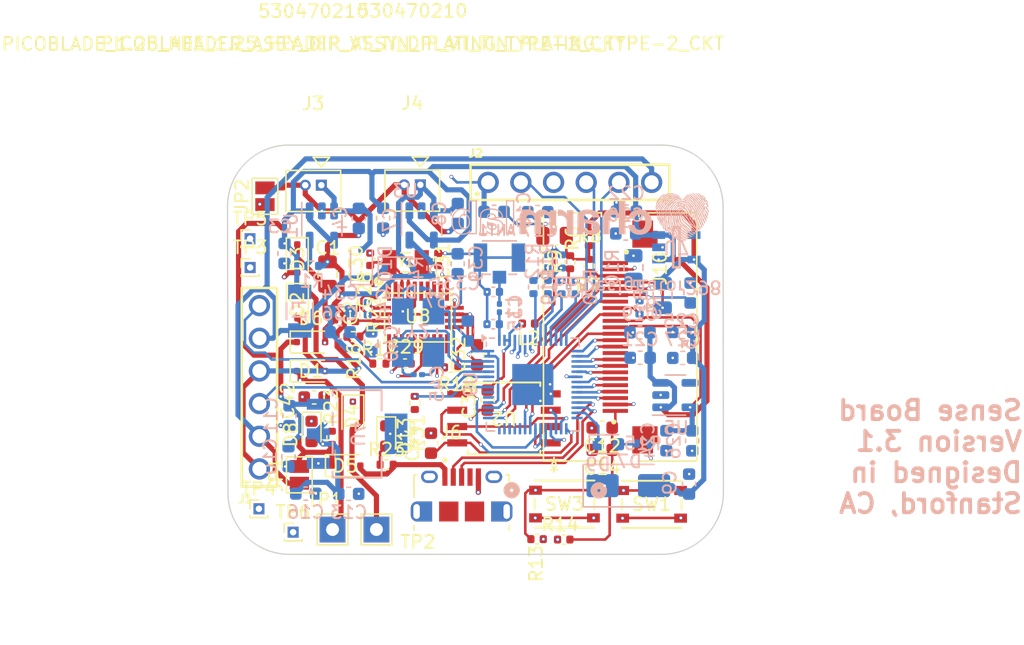
<source format=kicad_pcb>
(kicad_pcb (version 20241229) (generator "pcbnew") (generator_version "9.0")
  (layers (0 "F.Cu" signal) (4 "In1.Cu" power) (6 "In2.Cu" signal) (8 "In3.Cu" signal) (10 "In4.Cu" power) (2 "B.Cu" signal) (13 "F.Paste" user) (15 "B.Paste" user) (5 "F.SilkS" user "F.Silkscreen") (7 "B.SilkS" user "B.Silkscreen") (1 "F.Mask" user) (3 "B.Mask" user) (25 "Edge.Cuts" user))
  (net 0 "")
  (net 1 "GND")
  (net 2 "Net-(ANT1-PadSIG)")
  (net 3 "VCC")
  (net 4 "+2V8")
  (net 5 "VDC")
  (net 6 "Net-(D7-K)")
  (net 7 "+3.3V")
  (net 8 "CAM_RESET")
  (net 9 "+1V8")
  (net 10 "Net-(U8-CAP)")
  (net 11 "Net-(U8-XIN32)")
  (net 12 "Net-(U8-XOUT32)")
  (net 13 "Net-(U9-LNA_IN)")
  (net 14 "Net-(C38-Pad1)")
  (net 15 "Net-(U9-XTAL_P)")
  (net 16 "Net-(U9-XTAL_N)")
  (net 17 "Net-(D1-K)")
  (net 18 "Net-(D2-K)")
  (net 19 "+5V")
  (net 20 "IO21{slash}USER_LED")
  (net 21 "Net-(D9-A)")
  (net 22 "Net-(FB1-Pad2)")
  (net 23 "USB_DP")
  (net 24 "USB_DN")
  (net 26 "MTDO{slash}IO40{slash}CAM_SDA")
  (net 27 "MTCK{slash}IO39{slash}CAM_SCL")
  (net 28 "IO38{slash}DVP_VSYNC")
  (net 29 "Net-(J10-Pad8)")
  (net 30 "IO47{slash}DVP_HREF")
  (net 31 "IO48{slash}DVP_Y9")
  (net 32 "IO10{slash}XMCLK")
  (net 33 "IO11{slash}DVP_Y8")
  (net 34 "IO12{slash}DVP_Y7")
  (net 35 "IO13{slash}DVP_PCLK")
  (net 36 "IO14{slash}DVP_Y6")
  (net 37 "IO15{slash}DVP_Y2")
  (net 38 "IO16{slash}DVP_Y5")
  (net 39 "IO17{slash}DVP_Y3")
  (net 40 "IO18{slash}DVP_Y4")
  (net 43 "CHIP_EN")
  (net 44 "MTDI{slash}IO41{slash}PDM_DATA")
  (net 45 "MTMS{slash}IO42{slash}PDM_CLK")
  (net 46 "Net-(U1-PROG)")
  (net 47 "Net-(U3-PROG)")
  (net 48 "Net-(R6-Pad1)")
  (net 49 "+BATT1")
  (net 50 "+BATT2")
  (net 51 "Net-(U8-PS1)")
  (net 52 "Net-(U8-PS0)")
  (net 53 "Net-(U8-COM3)")
  (net 54 "BNO_SCL")
  (net 55 "BNO_SDA")
  (net 56 "GPIO37")
  (net 57 "GPIO36")
  (net 58 "BNO_INT")
  (net 59 "GPIO35")
  (net 60 "GPIO34")
  (net 61 "GPIO33")
  (net 62 "D3{slash}A3")
  (net 63 "D2{slash}A2")
  (net 64 "D1{slash}A1")
  (net 65 "D0{slash}A0")
  (net 66 "Net-(U9-U0TXD)")
  (net 67 "TX_D6")
  (net 68 "GPIO0")
  (net 69 "Net-(D8-A)")
  (net 72 "RX_D7")
  (net 73 "BNO_RST")
  (net 74 "D4{slash}I2C_SDA")
  (net 75 "D5{slash}I2C_SCL")
  (net 76 "D8{slash}A8{slash}SCK")
  (net 77 "D9{slash}A9{slash}MISO")
  (net 78 "D10{slash}A10{slash}MOSI")
  (net 80 "VDD_SPI")
  (net 81 "SPIHD")
  (net 82 "SPIWP")
  (net 83 "SPICS0")
  (net 84 "SPICLK")
  (net 85 "SPIQ")
  (net 86 "SPID")
  (net 87 "Net-(U8-NBOOT_LOAD_PIN)")
  (net 88 "Net-(D13-A)")
  (net 96 "GPIO45")
  (net 97 "GPIO46")
  (net 98 "VAA")
  (net 100 "GNDPWR")
  (footprint "Capacitor_SMD:C_0603_1608Metric" (layer "F.Cu") (at 135.85 90.96 90)
    (property "Reference" "C32")
    (property "Value" "100nF")
  )
  (footprint "61300611121:61300611121" (layer "F.Cu") (at 143.06 77.55)
    (property "Reference" "J2")
    (property "Value" "6130XX11121_61300611121")
    (property "VALUE" "61300611121" (hide yes))
  )
  (footprint "Capacitor_SMD:C_0603_1608Metric" (layer "F.Cu") (at 145.57 96.62 180)
    (property "Reference" "C12")
    (property "Value" "2.2uF")
  )
  (footprint "GD25Q64CSIGR:SOP8_208MIL_GDV" (layer "F.Cu") (at 137.94 95.9 180)
    (property "Reference" "U2")
    (property "Value" "GD25Q64CSIGR")
  )
  (footprint "Capacitor_SMD:C_0402_1005Metric" (layer "F.Cu") (at 140.51 105.29 180)
    (property "Reference" "R13")
    (property "Value" "10k")
  )
  (footprint "Capacitor_SMD:C_0402_1005Metric" (layer "F.Cu") (at 132.827 83.5522 90)
    (property "Reference" "C31")
    (property "Value" "22pF")
  )
  (footprint "Connector_PinHeader_1.00mm:PinHeader_1x01_P1.00mm_Vertical" (layer "F.Cu") (at 118.22 84.17)
    (property "Reference" "TP3")
    (property "Value" "TestPoint")
  )
  (footprint "LED_SMD:LED_0603_1608Metric" (layer "F.Cu") (at 122.99 96.91 -90)
    (property "Reference" "D8")
    (property "Value" "LED")
  )
  (footprint "Connector_PinHeader_1.00mm:PinHeader_1x01_P1.00mm_Vertical" (layer "F.Cu") (at 118.21 81.93)
    (property "Reference" "TP5")
    (property "Value" "TestPoint")
  )
  (footprint "Jumper:SolderJumper-2_P1.3mm_Open_Pad1.0x1.5mm" (layer "F.Cu") (at 119.37 78.63 90)
    (property "Reference" "JP2")
    (property "Value" "SolderJumper_2_Open")
  )
  (footprint "Resistor_SMD:R_0402_1005Metric" (layer "F.Cu") (at 144.54 81.96 90)
    (property "Reference" "R6")
    (property "Value" "0")
  )
  (footprint "F32R-1A7H1-11024:AMPHENOL_F32R-1A7H1-11024" (layer "F.Cu") (at 143.256 89.57 -90)
    (property "Reference" "J10")
    (property "Value" "F32R-1A7H1-11024")
  )
  (footprint "Diode_SMD:D_SOD-323F" (layer "F.Cu") (at 121.89 87.0225 -90)
    (property "Reference" "D2")
    (property "Value" "PMEG6010CEJ")
  )
  (footprint "Capacitor_SMD:C_0603_1608Metric" (layer "F.Cu") (at 123.195 94.27)
    (property "Reference" "C42")
    (property "Value" "100nF")
  )
  (footprint "Diode_SMD:D_SOD-323F" (layer "F.Cu") (at 121.88 83.4725 -90)
    (property "Reference" "D3")
    (property "Value" "PMEG6010CEJ")
  )
  (footprint "Resistor_SMD:R_0402_1005Metric" (layer "F.Cu") (at 144.56 84.05 -90)
    (property "Reference" "R7")
    (property "Value" "4.7k")
  )
  (footprint "LED_SMD:LED_0603_1608Metric" (layer "F.Cu") (at 128.79 97.27 -90)
    (property "Reference" "D13")
    (property "Value" "LED")
  )
  (footprint "Resistor_SMD:R_0402_1005Metric" (layer "F.Cu") (at 128.82 99.5)
    (property "Reference" "R25")
    (property "Value" "1k")
  )
  (footprint "Inductor_SMD:L_0402_1005Metric" (layer "F.Cu") (at 139.845 88.53 180)
    (property "Reference" "L2")
    (property "Value" "2nH")
  )
  (footprint "Capacitor_SMD:C_0402_1005Metric" (layer "F.Cu") (at 127.5438 83.5294 90)
    (property "Reference" "C30")
    (property "Value" "22pF")
  )
  (footprint "Resistor_SMD:R_0805_2012Metric" (layer "F.Cu") (at 141.87 81.71 180)
    (property "Reference" "R8")
    (property "Value" "0k")
  )
  (footprint "Capacitor_SMD:C_0402_1005Metric" (layer "F.Cu") (at 130.25 91.64 180)
    (property "Reference" "C29")
    (property "Value" "0.1uF")
  )
  (footprint "Capacitor_SMD:C_0603_1608Metric" (layer "F.Cu") (at 145.575 98.35 180)
    (property "Reference" "C14")
    (property "Value" "100nF")
  )
  (footprint "TestPoint:TestPoint_THTPad_2.0x2.0mm_Drill1.0mm" (layer "F.Cu") (at 124.62 104.54)
    (property "Reference" "TP1")
    (property "Value" "COIL1")
  )
  (footprint "Connector_PinHeader_1.00mm:PinHeader_1x01_P1.00mm_Vertical" (layer "F.Cu") (at 121.56 104.75)
    (property "Reference" "TP6")
    (property "Value" "TestPoint")
  )
  (footprint "53047-0210:CON_530470210_MOL" (layer "F.Cu") (at 123.75 77.77)
    (property "Reference" "J3")
    (property "Value" "530470210")
  )
  (footprint "Capacitor_SMD:C_0402_1005Metric" (layer "F.Cu") (at 124.76 87.77 90)
    (property "Reference" "C2")
    (property "Value" "10uF")
  )
  (footprint "Resistor_SMD:R_0402_1005Metric" (layer "F.Cu") (at 126.37 87.88 -90)
    (property "Reference" "R22")
    (property "Value" "0")
  )
  (footprint "Resistor_SMD:R_0402_1005Metric" (layer "F.Cu") (at 131.01 94.7 -90)
    (property "Reference" "R31")
    (property "Value" "499")
  )
  (footprint "Resistor_SMD:R_0402_1005Metric" (layer "F.Cu") (at 143.07 83.76 -90)
    (property "Reference" "R9")
    (property "Value" "4.7k")
  )
  (footprint "53047-0210:CON_530470210_MOL" (layer "F.Cu") (at 131.44 77.74)
    (property "Reference" "J4")
    (property "Value" "530470210")
  )
  (footprint "Capacitor_SMD:C_0402_1005Metric" (layer "F.Cu") (at 142.58 105.32)
    (property "Reference" "R14")
    (property "Value" "10k")
  )
  (footprint "TestPoint:TestPoint_THTPad_2.0x2.0mm_Drill1.0mm" (layer "F.Cu") (at 128.03 104.54)
    (property "Reference" "TP2")
    (property "Value" "COIL2")
  )
  (footprint "Resistor_SMD:R_0402_1005Metric" (layer "F.Cu") (at 133.8348 91.9354 180)
    (property "Reference" "R18")
    (property "Value" "10k")
  )
  (footprint "BNO055:LGA28R50P4X10_380X520X100" (layer "F.Cu") (at 131.26 88.0562)
    (property "Reference" "U8")
    (property "Value" "BNO055")
  )
  (footprint "Capacitor_SMD:C_0603_1608Metric" (layer "F.Cu") (at 136.67 94.48 -90)
    (property "Reference" "C38")
    (property "Value" "100nF")
  )
  (footprint "Resistor_SMD:R_0402_1005Metric" (layer "F.Cu") (at 126.24 89.54 180)
    (property "Reference" "R16")
    (property "Value" "10k")
  )
  (footprint "Connector_PinHeader_1.00mm:PinHeader_1x01_P1.00mm_Vertical" (layer "F.Cu") (at 118.9 102.93)
    (property "Reference" "TP4")
    (property "Value" "TestPoint")
  )
  (footprint "Diode_SMD:D_SOD-323F" (layer "F.Cu") (at 122.94 92.22)
    (property "Reference" "D1")
    (property "Value" "PMEG6010CEJ")
  )
  (footprint "Capacitor_SMD:C_0603_1608Metric" (layer "F.Cu") (at 132.27 97.83 90)
    (property "Reference" "C44")
    (property "Value" "100nF")
  )
  (footprint "Resistor_SMD:R_0402_1005Metric" (layer "F.Cu") (at 124.56 97.41 -90)
    (property "Reference" "R23")
    (property "Value" "1k")
  )
  (footprint "Diode_SMD:D_SOD-323F" (layer "F.Cu") (at 125.68 99.57)
    (property "Reference" "D5")
    (property "Value" "PMEG6010CEJ")
  )
  (footprint "Resistor_SMD:R_0402_1005Metric" (layer "F.Cu") (at 128.26 91.64 180)
    (property "Reference" "R17")
    (property "Value" "10k")
  )
  (footprint "Diode_SMD:D_SOD-323F" (layer "F.Cu") (at 122.9425 89.97)
    (property "Reference" "D6")
    (property "Value" "PMEG6010CEJ")
  )
  (footprint "10118194-0001LF:AMPHENOL_10118194-0001LF" (layer "F.Cu") (at 134.65 103.14)
    (property "Reference" "J6")
    (property "Value" "10118194-0001LF")
  )
  (footprint "ABS07-32.768KHZ-7-T:XTAL_ABS07-32.768KHZ-7-T" (layer "F.Cu") (at 130.3 83.77 180)
    (property "Reference" "Y1")
    (property "Value" "ABS07-32.768KHZ-7-T")
  )
  (footprint "Capacitor_SMD:C_0805_2012Metric" (layer "F.Cu") (at 124.23 84.68 90)
    (property "Reference" "C1")
    (property "Value" "6nF")
  )
  (footprint "PTS815:SW4_PTS815 SJM 250 SMTR LFS_CNK" (layer "F.Cu") (at 142.64 102.56)
    (property "Reference" "SW3")
    (property "Value" "PTS815 SJM 250 SMTR LFS")
  )
  (footprint "Jumper:SolderJumper-2_P1.3mm_Open_Pad1.0x1.5mm" (layer "F.Cu") (at 122.04 100.29 90)
    (property "Reference" "JP1")
    (property "Value" "SolderJumper_2_Open")
  )
  (footprint "Diode_SMD:D_SOD-323F" (layer "F.Cu") (at 126.2 95.7 -90)
    (property "Reference" "D4")
    (property "Value" "PMEG6010CEJ")
  )
  (footprint "PTS815:SW4_PTS815 SJM 250 SMTR LFS_CNK" (layer "F.Cu") (at 149.4108 102.5815)
    (property "Reference" "SW1")
    (property "Value" "PTS815 SJM 250 SMTR LFS")
  )
  (footprint "Capacitor_SMD:C_0402_1005Metric" (layer "F.Cu") (at 127.8404 85.8902 90)
    (property "Reference" "C28")
    (property "Value" "0.1uF")
  )
  (footprint "61300611121:61300611121" (layer "F.Cu") (at 118.94 93.48 90)
    (property "Reference" "J1")
    (property "Value" "6130XX11121_61300611121")
    (property "VALUE" "61300611121" (hide yes))
  )
  (footprint "Capacitor_SMD:C_0603_1608Metric" (layer "B.Cu") (at 122.54 101.75)
    (property "Reference" "C16")
    (property "Value" "1uF")
  )
  (footprint "Capacitor_SMD:C_0603_1608Metric" (layer "B.Cu") (at 151.825 91.2 180)
    (property "Reference" "C27")
    (property "Value" "1uF")
  )
  (footprint "Capacitor_SMD:C_0201_0603Metric" (layer "B.Cu") (at 131.255 85.82 180)
    (property "Reference" "C43")
    (property "Value" "18pF")
  )
  (footprint "Capacitor_SMD:C_0603_1608Metric" (layer "B.Cu") (at 128.55 80.335 -90)
    (property "Reference" "C7")
    (property "Value" "1uF")
  )
  (footprint "Capacitor_SMD:C_0603_1608Metric" (layer "B.Cu") (at 152.32 101.01 90)
    (property "Reference" "C9")
    (property "Value" "2.2uF")
  )
  (footprint "Capacitor_SMD:C_0603_1608Metric" (layer "B.Cu") (at 127.64 89.945 90)
    (property "Reference" "C40")
    (property "Value" "100nF")
  )
  (footprint "U.FL-R-SMT-1:U.FL-R-SMT-1" (layer "B.Cu") (at 137.5856 83.3998 180)
    (property "Reference" "ANT1")
    (property "Value" "U.FL-R-SMT-1")
  )
  (footprint "Capacitor_SMD:C_0603_1608Metric" (layer "B.Cu") (at 134.34 83.88 90)
    (property "Reference" "C39")
    (property "Value" "2.2uF")
  )
  (footprint "NANOSMDC110F-2:FUS_NANO_TYCO_TYC" (layer "B.Cu") (at 122.07 87.57 -90)
    (property "Reference" "F1")
    (property "Value" "NANOSMDC110F-2")
  )
  (footprint "CharmLabLogo:Charm" (layer "B.Cu") (at 143.86 80.27 180)
    (property "Reference" "G***" (hide yes))
    (property "Value" "LOGO" (hide yes))
  )
  (footprint "Capacitor_SMD:C_0603_1608Metric" (layer "B.Cu") (at 150.55 97.635 -90)
    (property "Reference" "C24")
    (property "Value" "10uF")
  )
  (footprint "Capacitor_SMD:C_0603_1608Metric" (layer "B.Cu") (at 147.4 81.53 180)
    (property "Reference" "C20")
    (property "Value" "10uF")
  )
  (footprint "Capacitor_SMD:C_0603_1608Metric" (layer "B.Cu") (at 148.52 91.19 180)
    (property "Reference" "C21")
    (property "Value" "1uF")
  )
  (footprint "Capacitor_SMD:C_0805_2012Metric" (layer "B.Cu") (at 150.26 86.35 -90)
    (property "Reference" "FB1")
    (property "Value" "120R-3A")
  )
  (footprint "Capacitor_SMD:C_0603_1608Metric" (layer "B.Cu") (at 135.11 89.1 90)
    (property "Reference" "C37")
    (property "Value" "100nF")
  )
  (footprint "Package_TO_SOT_SMD:SOT-23-5" (layer "B.Cu") (at 131.54 80.9 -90)
    (property "Reference" "U3")
    (property "Value" "MCP73812T-420I-OT")
  )
  (footprint "Capacitor_SMD:C_0603_1608Metric" (layer "B.Cu") (at 121.27 95.69 -90)
    (property "Reference" "C11")
    (property "Value" "1uF")
  )
  (footprint "Capacitor_SMD:C_0603_1608Metric" (layer "B.Cu") (at 134.35 79.97 -90)
    (property "Reference" "C8")
    (property "Value" "1uF")
  )
  (footprint "Capacitor_SMD:C_0201_0603Metric" (layer "B.Cu") (at 131.25 92.5)
    (property "Reference" "C45")
    (property "Value" "18pF")
  )
  (footprint "Resistor_SMD:R_0402_1005Metric" (layer "B.Cu") (at 141.34 85.69 90)
    (property "Reference" "R3")
    (property "Value" "0")
  )
  (footprint "TLV75528PDBVR:DBV0005A_N" (layer "B.Cu") (at 151.33 82.6)
    (property "Reference" "U7")
    (property "Value" "TLV75528PDBVR")
  )
  (footprint "Diode_SMD:D_SMA" (layer "B.Cu") (at 147.6 101.13)
    (property "Reference" "D7")
    (property "Value" "B140-E3")
  )
  (footprint "Resistor_SMD:R_0402_1005Metric" (layer "B.Cu") (at 143.51 85.7 90)
    (property "Reference" "R20")
    (property "Value" "0")
  )
  (footprint "LED_SMD:LED_0603_1608Metric" (layer "B.Cu") (at 146.0525 97.91)
    (property "Reference" "D9")
    (property "Value" "LED")
  )
  (footprint "AZ1117CH_3_3TRG1:SOT-223_DIO" (layer "B.Cu") (at 126.53 97.1 90)
    (property "Reference" "U4")
    (property "Value" "AZ1117CH-3.3TRG1")
  )
  (footprint "Capacitor_SMD:C_0603_1608Metric" (layer "B.Cu") (at 126.66 80.35 -90)
    (property "Reference" "C4")
    (property "Value" "1uF")
  )
  (footprint "Capacitor_SMD:C_0603_1608Metric" (layer "B.Cu") (at 152.56 97.645 -90)
    (property "Reference" "C26")
    (property "Value" "1uF")
  )
  (footprint "Diode_SMD:D_SOD-323F" (layer "B.Cu") (at 129.7825 84.21)
    (property "Reference" "D11")
    (property "Value" "PMEG6010CEJ")
  )
  (footprint "Resistor_SMD:R_0402_1005Metric" (layer "B.Cu") (at 132.33 84.22 -90)
    (property "Reference" "R4")
    (property "Value" "2k")
  )
  (footprint "Resistor_SMD:R_0402_1005Metric" (layer "B.Cu") (at 148.47 87.28 90)
    (property "Reference" "R5")
    (property "Value" "10k")
  )
  (footprint "Capacitor_SMD:C_0603_1608Metric" (layer "B.Cu") (at 151.825 89.19 180)
    (property "Reference" "C25")
    (property "Value" "10uF")
  )
  (footprint "Capacitor_SMD:C_0402_1005Metric" (layer "B.Cu") (at 127.35 87.38 90)
    (property "Reference" "C41")
    (property "Value" "10nF")
  )
  (footprint "Capacitor_SMD:C_0603_1608Metric" (layer "B.Cu") (at 125.205 89.2 180)
    (property "Reference" "C36")
    (property "Value" "2.2uF")
  )
  (footprint "Capacitor_SMD:C_0603_1608Metric" (layer "B.Cu") (at 137.17 79.84 180)
    (property "Reference" "C18")
    (property "Value" "4.7uF")
  )
  (footprint "Resistor_SMD:R_0805_2012Metric" (layer "B.Cu") (at 148 84.17 -90)
    (property "Reference" "R10")
    (property "Value" "10k")
  )
  (footprint "Capacitor_SMD:C_0603_1608Metric" (layer "B.Cu") (at 147.445 79.82 180)
    (property "Reference" "C22")
    (property "Value" "1uF")
  )
  (footprint "Diode_SMD:D_SOD-323F" (layer "B.Cu") (at 126.87 83.8875 90)
    (property "Reference" "D10")
    (property "Value" "PMEG6010CEJ")
  )
  (footprint "Inductor_SMD:L_0201_0603Metric" (layer "B.Cu") (at 137.5856 87.3248 90)
    (property "Reference" "L1")
    (property "Value" "2nH")
  )
  (footprint "Resistor_SMD:R_0402_1005Metric" (layer "B.Cu") (at 148.7125 97.85)
    (property "Reference" "R15")
    (property "Value" "1k")
  )
  (footprint "ABM8G_40_000MHZ_18_D2Y_T:CRYSTAL_ABM8G_ABR" (layer "B.Cu") (at 131.269 89.1)
    (property "Reference" "Y2")
    (property "Value" "ABM8G-40.000MHZ-18-D2Y-T")
  )
  (footprint "Resistor_SMD:R_0402_1005Metric" (layer "B.Cu") (at 142.41 85.7 90)
    (property "Reference" "R2")
    (property "Value" "0")
  )
  (footprint "Capacitor_SMD:C_0402_1005Metric" (layer "B.Cu") (at 137.1 88.58 180)
    (property "Reference" "C35")
    (property "Value" "1.6pF")
  )
  (footprint "Package_TO_SOT_SMD:SOT-23-5" (layer "B.Cu") (at 151.26 94.09)
    (property "Reference" "U5")
    (property "Value" "MIC5504-1.8YM5")
  )
  (footprint "Capacitor_SMD:C_0603_1608Metric" (layer "B.Cu") (at 121.2 98.87 -90)
    (property "Reference" "C10")
    (property "Value" "10uF")
  )
  (footprint "Resistor_SMD:R_0402_1005Metric" (layer "B.Cu") (at 123.02 84.05)
    (property "Reference" "R1")
    (property "Value" "2k")
  )
  (footprint "Capacitor_SMD:C_0603_1608Metric" (layer "B.Cu") (at 120.89 83.075 -90)
    (property "Reference" "C3")
    (property "Value" "1uF")
  )
  (footprint "Capacitor_SMD:C_0603_1608Metric" (layer "B.Cu") (at 148.505 89.22 180)
    (property "Reference" "C19")
    (property "Value" "10uF")
  )
  (footprint "Capacitor_SMD:C_0603_1608Metric" (layer "B.Cu") (at 140.56 79.86)
    (property "Reference" "C17")
    (property "Value" "100nF")
  )
  (footprint "Resistor_SMD:R_0402_1005Metric" (layer "B.Cu") (at 140.23 85.69 90)
    (property "Reference" "R19")
    (property "Value" "0")
  )
  (footprint "Capacitor_SMD:C_0603_1608Metric" (layer "B.Cu") (at 125.875 101.77)
    (property "Reference" "C13")
    (property "Value" "10uF")
  )
  (footprint "Package_TO_SOT_SMD:SOT-23-5" (layer "B.Cu") (at 123.79 80.91 -90)
    (property "Reference" "U1")
    (property "Value" "MCP73812T-420I-OT")
  )
  (footprint "Capacitor_SMD:C_0402_1005Metric" (layer "B.Cu") (at 137.11 86.0648 180)
    (property "Reference" "C33")
    (property "Value" "1.6pF")
  )
  (footprint "Resistor_SMD:R_0402_1005Metric" (layer "B.Cu") (at 141.32 83.68 -90)
    (property "Reference" "R12")
    (property "Value" "10k")
  )
  (footprint "Capacitor_SMD:C_0603_1608Metric" (layer "B.Cu") (at 125.22 87.57 180)
    (property "Reference" "C34")
    (property "Value" "2.2uF")
  )
  (footprint "Resistor_SMD:R_0402_1005Metric" (layer "B.Cu") (at 142.44 83.7 -90)
    (property "Reference" "R11")
    (property "Value" "10k")
  )
  (footprint "Capacitor_SMD:C_0603_1608Metric" (layer "B.Cu") (at 152.43 86.15 90)
    (property "Reference" "C15")
    (property "Value" "100nF")
  )
  (footprint "Package_DFN_QFN:QFN-56-1EP_7x7mm_P0.4mm_EP3.2x3.2mm" (layer "B.Cu") (at 140.18 93.27 -90)
    (property "Reference" "U9")
    (property "Value" "ESP32-S3")
  )
  (gr_line (start 116.461376 79.4252) (end 116.4948 101.6948) (stroke (width 0.1)) (layer "Edge.Cuts"))
  (gr_arc (start 150.183424 74.651376) (mid 153.56 76.05) (end 154.958624 79.426576) (stroke (width 0.1)) (layer "Edge.Cuts"))
  (gr_line (start 154.958624 79.426576) (end 154.9852 101.6948) (stroke (width 0.1)) (layer "Edge.Cuts"))
  (gr_line (start 121.236576 74.65) (end 150.183424 74.651376) (stroke (width 0.1)) (layer "Edge.Cuts"))
  (gr_arc (start 154.9852 101.6948) (mid 153.586576 105.071376) (end 150.21 106.47) (stroke (width 0.1)) (layer "Edge.Cuts"))
  (gr_line (start 121.27 106.47) (end 150.21 106.47) (stroke (width 0.1)) (layer "Edge.Cuts"))
  (gr_arc (start 116.461376 79.4252) (mid 117.86 76.048624) (end 121.236576 74.65) (stroke (width 0.1)) (layer "Edge.Cuts"))
  (gr_arc (start 121.27 106.47) (mid 117.893424 105.071376) (end 116.4948 101.6948) (stroke (width 0.1)) (layer "Edge.Cuts"))
  (gr_text "Sense Board\nVersion 3.1\nDesigned in \nStanford, CA" (at 178.35 103.4 0) (layer "B.SilkS") (effects (font (size 1.5 1.5) (thickness 0.3) (bold yes)) (justify left bottom mirror)))
  (segment (start 130.8062 87.8062) (end 130.58 87.58) (width 0.2) (layer "F.Cu") (net 1))
  (segment (start 151.663501 103.656499) (end 151.68 103.64) (width 0.2) (layer "F.Cu") (net 1))
  (segment (start 135.52 89.855) (end 135.52 88.03) (width 0.2) (layer "F.Cu") (net 1))
  (segment (start 127.843564 85.4102) (end 127.989606 85.556242) (width 0.2) (layer "F.Cu") (net 1))
  (segment (start 146.59 90.82) (end 147.824 90.82) (width 0.2) (layer "F.Cu") (net 1))
  (segment (start 127.5306 83.0494) (end 127.53 83.05) (width 0.2) (layer "F.Cu") (net 1))
  (segment (start 147.153501 103.656499) (end 147.15 103.66) (width 0.2) (layer "F.Cu") (net 1))
  (segment (start 147.160799 103.656499) (end 147.153501 103.656499) (width 0.2) (layer "F.Cu") (net 1))
  (segment (start 147.97 84.32) (end 146.59 84.32) (width 0.2) (layer "F.Cu") (net 1))
  (segment (start 127.75 91.64) (end 127.74 91.64) (width 0.2) (layer "F.Cu") (net 1))
  (segment (start 129.77 91.64) (end 129.77 91.73) (width 0.2) (layer "F.Cu") (net 1))
  (segment (start 136.03 95.255) (end 135.355 95.93) (width 0.2) (layer "F.Cu") (net 1))
  (segment (start 133.3248 91.9354) (end 133.3248 91.9448) (width 0.2) (layer "F.Cu") (net 1))
  (segment (start 135.85 90.185) (end 135.52 89.855) (width 0.2) (layer "F.Cu") (net 1))
  (segment (start 131.01 87.17) (end 130.6 87.58) (width 0.2) (layer "F.Cu") (net 1))
  (segment (start 147.99 90.986) (end 147.99 91.19) (width 0.2) (layer "F.Cu") (net 1))
  (segment (start 128.79 96.4825) (end 128.79 96.79) (width 0.2) (layer "F.Cu") (net 1))
  (segment (start 144.8 98.35) (end 144.8 98.4) (width 0.2) (layer "F.Cu") (net 1))
  (segment (start 140.389999 103.634999) (end 144.890001 103.634999) (width 0.2) (layer "F.Cu") (net 1))
  (segment (start 133.3578 83.0722) (end 133.37 83.06) (width 0.2) (layer "F.Cu") (net 1))
  (segment (start 128.79 96.79) (end 129.1 97.1) (width 0.2) (layer "F.Cu") (net 1))
  (segment (start 130.6 87.58) (end 130.078 87.58) (width 0.2) (layer "F.Cu") (net 1))
  (segment (start 128.432 87.3062) (end 127.738937 87.3062) (width 0.2) (layer "F.Cu") (net 1))
  (segment (start 125.73 89.63) (end 125.73 89.54) (width 0.2) (layer "F.Cu") (net 1))
  (segment (start 127.738937 87.3062) (end 127.342038 86.909301) (width 0.2) (layer "F.Cu") (net 1))
  (segment (start 131.01 86.0092) (end 131.01 87.17) (width 0.2) (layer "F.Cu") (net 1))
  (segment (start 118.995 79.28) (end 118.965 79.25) (width 0.4) (layer "F.Cu") (net 1))
  (segment (start 136.67 95.255) (end 136.03 95.255) (width 0.2) (layer "F.Cu") (net 1))
  (segment (start 135.2962 87.8062) (end 134.088 87.8062) (width 0.2) (layer "F.Cu") (net 1))
  (segment (start 144.890001 103.634999) (end 144.904999 103.634999) (width 0.2) (layer "F.Cu") (net 1))
  (segment (start 127.5438 83.0494) (end 127.5306 83.0494) (width 0.2) (layer "F.Cu") (net 1))
  (segment (start 123.97 94.27) (end 123.97 93.999598) (width 0.4) (layer "F.Cu") (net 1))
  (segment (start 140.375001 103.634999) (end 140.37 103.64) (width 0.2) (layer "F.Cu") (net 1))
  (segment (start 132.827 83.0722) (end 133.3578 83.0722) (width 0.2) (layer "F.Cu") (net 1))
  (segment (start 144.8 98.4) (end 144.6 98.6) (width 0.2) (layer "F.Cu") (net 1))
  (segment (start 127.74 91.64) (end 127.73 91.63) (width 0.2) (layer "F.Cu") (net 1))
  (segment (start 147.97 94.82) (end 148.01 94.78) (width 0.2) (layer "F.Cu") (net 1))
  (segment (start 135.95 101.64) (end 135.94 101.65) (width 0.4) (layer "F.Cu") (net 1))
  (segment (start 135.52 88.03) (end 135.2962 87.8062) (width 0.2) (layer "F.Cu") (net 1))
  (segment (start 147.17 103.64) (end 147.15 103.66) (width 0.2) (layer "F.Cu") (net 1))
  (segment (start 151.68 103.64) (end 147.17 103.64) (width 0.2) (layer "F.Cu") (net 1))
  (segment (start 122.99 96.1225) (end 122.9825 96.1225) (width 0.4) (layer "F.Cu") (net 1))
  (segment (start 144.904999 103.634999) (end 144.91 103.64) (width 0.2) (layer "F.Cu") (net 1))
  (segment (start 126.65 90.55) (end 125.73 89.63) (width 0.2) (layer "F.Cu") (net 1))
  (segment (start 146.59 94.82) (end 147.97 94.82) (width 0.2) (layer "F.Cu") (net 1))
  (segment (start 126.65 90.55) (end 127.73 91.63) (width 0.2) (layer "F.Cu") (net 1))
  (segment (start 127.8404 85.4102) (end 127.843564 85.4102) (width 0.2) (layer "F.Cu") (net 1))
  (segment (start 129.77 91.73) (end 129.22 92.28) (width 0.2) (layer "F.Cu") (net 1))
  (segment (start 147.824 90.82) (end 147.99 90.986) (width 0.2) (layer "F.Cu") (net 1))
  (segment (start 132.27 97.055) (end 132.27 97.05) (width 0.4) (layer "F.Cu") (net 1))
  (segment (start 135.95 100.465) (end 135.95 101.64) (width 0.4) (layer "F.Cu") (net 1))
  (segment (start 134.088 87.8062) (end 130.8062 87.8062) (width 0.2) (layer "F.Cu") (net 1))
  (segment (start 133.3248 91.9448) (end 133.33 91.95) (width 0.2) (layer "F.Cu") (net 1))
  (segment (start 130.58 87.58) (end 130.078 87.58) (width 0.2) (layer "F.Cu") (net 1))
  (segment (start 148.09 84.2) (end 147.97 84.32) (width 0.2) (layer "F.Cu") (net 1))
  (segment (start 144.756624 96.658376) (end 144.795 96.62) (width 0.2) (layer "F.Cu") (net 1))
  (segment (start 122.9825 96.1225) (end 122.98 96.12) (width 0.4) (layer "F.Cu") (net 1))
  (segment (start 140.389999 103.634999) (end 140.375001 103.634999) (width 0.2) (layer "F.Cu") (net 1))
  (segment (start 119.37 79.28) (end 118.995 79.28) (width 0.4) (layer "F.Cu") (net 1))
  (segment (start 151.660801 103.656499) (end 151.663501 103.656499) (width 0.2) (layer "F.Cu") (net 1))
  (via (at 150.257 82.6) (size 0.3) (drill 0.2) (layers "F.Cu" "B.Cu") (net 1))
  (via (at 146.62 81.53) (size 0.3) (drill 0.2) (layers "F.Cu" "B.Cu") (net 1))
  (via (at 141.5722 93.995) (size 0.3) (drill 0.2) (layers "F.Cu" "B.Cu") (net 1))
  (via (at 152.56 98.42) (size 0.3) (drill 0.2) (layers "F.Cu" "B.Cu") (net 1))
  (via (at 151.68 103.64) (size 0.3) (drill 0.2) (layers "F.Cu" "B.Cu") (net 1))
  (via (at 136.63 88.56) (size 0.3) (drill 0.2) (layers "F.Cu" "B.Cu") (net 1))
  (via (at 136.63 86.07) (size 0.3) (drill 0.2) (layers "F.Cu" "B.Cu") (net 1))
  (via (at 127.53 83.05) (size 0.3) (drill 0.2) (layers "F.Cu" "B.Cu") (net 1))
  (via (at 147.99 91.19) (size 0.3) (drill 0.2) (layers "F.Cu" "B.Cu") (net 1))
  (via (at 126.65 90.55) (size 0.3) (drill 0.2) (layers "F.Cu" "B.Cu") (net 1))
  (via (at 141.52 93.25) (size 0.3) (drill 0.2) (layers "F.Cu" "B.Cu") (net 1))
  (via (at 151.05 89.19) (size 0.3) (drill 0.2) (layers "F.Cu" "B.Cu") (net 1))
  (via (at 130.078 87.58) (size 0.3) (drill 0.2) (layers "F.Cu" "B.Cu") (net 1))
  (via (at 135.94 101.65) (size 0.3) (drill 0.2) (layers "F.Cu" "B.Cu") (net 1))
  (via (at 133.33 91.95) (size 0.3) (drill 0.2) (layers "F.Cu" "B.Cu") (net 1))
  (via (at 135.355 95.93) (size 0.3) (drill 0.2) (layers "F.Cu" "B.Cu") (net 1))
  (via (at 148.01 94.78) (size 0.3) (drill 0.2) (layers "F.Cu" "B.Cu") (net 1))
  (via (at 132.27 97.05) (size 0.3) (drill 0.2) (layers "F.Cu" "B.Cu") (net 1))
  (via (at 144.6 98.6) (size 0.3) (drill 0.2) (layers "F.Cu" "B.Cu") (net 1))
  (via (at 120.939998 99.645) (size 0.3) (drill 0.2) (layers "F.Cu" "B.Cu") (net 1))
  (via (at 144.756624 96.658376) (size 0.3) (drill 0.2) (layers "F.Cu" "B.Cu") (net 1))
  (via (at 123.97 93.999598) (size 0.3) (drill 0.2) (layers "F.Cu" "B.Cu") (net 1))
  (via (at 152.33 100.23) (size 0.3) (drill 0.2) (layers "F.Cu" "B.Cu") (net 1))
  (via (at 133.37 83.06) (size 0.3) (drill 0.2) (layers "F.Cu" "B.Cu") (net 1))
  (via (at 148.09 84.2) (size 0.3) (drill 0.2) (layers "F.Cu" "B.Cu") (net 1))
  (via (at 147.949002 89.22) (size 0.3) (drill 0.2) (layers "F.Cu" "B.Cu") (net 1))
  (via (at 133.85 77.12) (size 0.3) (drill 0.2) (layers "F.Cu" "B.Cu") (net 1))
  (via (at 127.342038 86.909301) (size 0.3) (drill 0.2) (layers "F.Cu" "B.Cu") (net 1))
  (via (at 120.88 83.85) (size 0.3) (drill 0.2) (layers "F.Cu" "B.Cu") (net 1))
  (via (at 126.66 101.76) (size 0.3) (drill 0.2) (layers "F.Cu" "B.Cu") (net 1))
  (via (at 123.52 99.4) (size 0.3) (drill 0.2) (layers "F.Cu" "B.Cu") (net 1))
  (via (at 150.54 98.41) (size 0.3) (drill 0.2) (layers "F.Cu" "B.Cu") (net 1))
  (via (at 135.2962 87.8062) (size 0.3) (drill 0.2) (layers "F.Cu" "B.Cu") (net 1))
  (via (at 148.48 86.77) (size 0.3) (drill 0.2) (layers "F.Cu" "B.Cu") (net 1))
  (via (at 129.1 97.1) (size 0.3) (drill 0.2) (layers "F.Cu" "B.Cu") (net 1))
  (via (at 120.59 96.45) (size 0.3) (drill 0.2) (layers "F.Cu" "B.Cu") (net 1))
  (via (at 150.11 94.08) (size 0.3) (drill 0.2) (layers "F.Cu" "B.Cu") (net 1))
  (via (at 141.815938 80.999062) (size 0.3) (drill 0.2) (layers "F.Cu" "B.Cu") (net 1))
  (via (at 151.05 91.2) (size 0.3) (drill 0.2) (layers "F.Cu" "B.Cu") (net 1))
  (via (at 129.22 92.28) (size 0.3) (drill 0.2) (layers "F.Cu" "B.Cu") (net 1))
  (via (at 122.98 96.12) (size 0.3) (drill 0.2) (layers "F.Cu" "B.Cu") (net 1))
  (via (at 144.91 103.64) (size 0.3) (drill 0.2) (layers "F.Cu" "B.Cu") (net 1))
  (via (at 118.965 79.25) (size 0.3) (drill 0.2) (layers "F.Cu" "B.Cu") (net 1))
  (via (at 128.55 81.6) (size 0.3) (drill 0.2) (layers "F.Cu" "B.Cu") (net 1))
  (via (at 147.15 103.66) (size 0.3) (drill 0.2) (layers "F.Cu" "B.Cu") (net 1))
  (via (at 140.77 94.54) (size 0.3) (drill 0.2) (layers "F.Cu" "B.Cu") (net 1))
  (via (at 129.94 97.14) (size 0.3) (drill 0.2) (layers "F.Cu" "B.Cu") (net 1))
  (via (at 127.78 89.331202) (size 0.3) (drill 0.2) (layers "F.Cu" "B.Cu") (net 1))
  (via (at 146.68 79.11) (size 0.3) (drill 0.2) (layers "F.Cu" "B.Cu") (net 1))
  (via (at 140.37 103.64) (size 0.3) (drill 0.2) (layers "F.Cu" "B.Cu") (net 1))
  (via (at 133.37 83.06) (size 0.3) (drill 0.2) (layers "F.Cu" "B.Cu") (net 1))
  (via (at 123.32 101.75) (size 0.3) (drill 0.2) (layers "F.Cu" "B.Cu") (net 1))
  (via (at 152.43 85.37) (size 0.3) (drill 0.2) (layers "F.Cu" "B.Cu") (net 1))
  (via (at 127.989606 85.556242) (size 0.3) (drill 0.2) (layers "F.Cu" "B.Cu") (net 1))
  (segment (start 120.939998 99.645) (end 121.2 99.645) (width 0.4) (layer "B.Cu") (net 1))
  (segment (start 136.1106 83.3998) (end 136.1102 83.3998) (width 0.2) (layer "B.Cu") (net 1))
  (segment (start 135.2962 87.8062) (end 135.11 87.9924) (width 0.2) (layer "B.Cu") (net 1))
  (segment (start 136.1106 83.3998) (end 139.0606 83.3998) (width 0.2) (layer "B.Cu") (net 1))
  (segment (start 146.625 81.53) (end 146.62 81.53) (width 0.4) (layer "B.Cu") (net 1))
  (segment (start 120.89 83.85) (end 120.88 83.85) (width 0.4) (layer "B.Cu") (net 1))
  (segment (start 146.67 79.12) (end 146.68 79.11) (width 0.4) (layer "B.Cu") (net 1))
  (segment (start 141.815938 80.340938) (end 141.335 79.86) (width 0.2) (layer "B.Cu") (net 1))
  (segment (start 129.555 97.1) (end 129.1 97.1) (width 0.4) (layer "B.Cu") (net 1))
  (segment (start 130.935 85.82) (end 130.29 85.82) (width 0.2) (layer "B.Cu") (net 1))
  (segment (start 134.34 83.105) (end 135.8158 83.105) (width 0.2) (layer "B.Cu") (net 1))
  (segment (start 136.62 88.57) (end 136.63 88.56) (width 0.2) (layer "B.Cu") (net 1))
  (segment (start 133.415 83.105) (end 134.34 83.105) (width 0.2) (layer "B.Cu") (net 1))
  (segment (start 140.18 93.95) (end 140.77 94.54) (width 0.4) (layer "B.Cu") (net 1))
  (segment (start 141.815938 80.999062) (end 141.815938 80.340938) (width 0.2) (layer "B.Cu") (net 1))
  (segment (start 141.5 93.27) (end 141.52 93.25) (width 0.4) (layer "B.Cu") (net 1))
  (segment (start 136.62 88.58) (end 136.62 88.57) (width 0.2) (layer "B.Cu") (net 1))
  (segment (start 148.47 86.77) (end 148.48 86.77) (width 0.2) (layer "B.Cu") (net 1))
  (segment (start 135.11 87.9924) (end 135.11 88.325) (width 0.2) (layer "B.Cu") (net 1))
  (segment (start 139.0606 83.3998) (end 139.0602 83.3998) (width 0.2) (layer "B.Cu") (net 1))
  (segment (start 123.505 99.4) (end 123.52 99.4) (width 0.4) (layer "B.Cu") (net 1))
  (segment (start 132.46 92.19) (end 132.46 90.747) (width 0.2) (layer "B.Cu") (net 1))
  (segment (start 140.8472 93.27) (end 141.5722 93.995) (width 0.4) (layer "B.Cu") (net 1))
  (segment (start 126.65 101.77) (end 126.66 101.76) (width 0.4) (layer "B.Cu") (net 1))
  (segment (start 152.325 100.235) (end 152.33 100.23) (width 0.4) (layer "B.Cu") (net 1))
  (segment (start 136.63 86.0648) (end 136.63 86.07) (width 0.2) (layer "B.Cu") (net 1))
  (segment (start 128.55 81.6) (end 128.55 81.11) (width 0.4) (layer "B.Cu") (net 1))
  (segment (start 150.12 94.09) (end 150.11 94.08) (width 0.4) (layer "B.Cu") (net 1))
  (segment (start 129.555 97.1) (end 129.9 97.1) (width 0.4) (layer "B.Cu") (net 1))
  (segment (start 147.949002 89.22) (end 147.73 89.22) (width 0.4) (layer "B.Cu") (net 1))
  (segment (start 120.605 96.465) (end 121.27 96.465) (width 0.4) (layer "B.Cu") (net 1))
  (segment (start 130.078 86.032) (end 130.078 87.58) (width 0.2) (layer "B.Cu") (net 1))
  (segment (start 136.05 83.4604) (end 136.1106 83.3998) (width 0.2) (layer "B.Cu") (net 1))
  (segment (start 136.63 86.07) (end 136.63 88.56) (width 0.2) (layer "B.Cu") (net 1))
  (segment (start 129.9 97.1) (end 129.94 97.14) (width 0.4) (layer "B.Cu") (net 1))
  (segment (start 133.37 83.06) (end 133.415 83.105) (width 0.2) (layer "B.Cu") (net 1))
  (segment (start 132.15 92.5) (end 132.46 92.19) (width 0.2) (layer "B.Cu") (net 1))
  (segment (start 136.1102 83.3998) (end 136.11 83.4) (width 0.2) (layer "B.Cu") (net 1))
  (segment (start 140.18 93.27) (end 141.5 93.27) (width 0.4) (layer "B.Cu") (net 1))
  (segment (start 147.745 91.19) (end 147.99 91.19) (width 0.4) (layer "B.Cu") (net 1))
  (segment (start 130.29 85.82) (end 130.078 86.032) (width 0.2) (layer "B.Cu") (net 1))
  (segment (start 150.55 98.41) (end 150.54 98.41) (width 0.4) (layer "B.Cu") (net 1))
  (segment (start 131.57 92.5) (end 132.15 92.5) (width 0.2) (layer "B.Cu") (net 1))
  (segment (start 152.43 85.375) (end 152.43 85.37) (width 0.2) (layer "B.Cu") (net 1))
  (segment (start 140.18 93.27) (end 140.8472 93.27) (width 0.4) (layer "B.Cu") (net 1))
  (segment (start 136.37 79.815) (end 136.395 79.84) (width 0.2) (layer "B.Cu") (net 1))
  (segment (start 124.445 89.185) (end 124.43 89.2) (width 0.4) (layer "B.Cu") (net 1))
  (segment (start 134.28 77.55) (end 136.71 77.55) (width 0.2) (layer "B.Cu") (net 1))
  (segment (start 127.64 89.17) (end 127.64 89.191202) (width 0.2) (layer "B.Cu") (net 1))
  (segment (start 125.783553 90.553553) (end 126.646447 90.553553) (width 0.4) (layer "B.Cu") (net 1))
  (segment (start 150.1225 94.09) (end 150.12 94.09) (width 0.4) (layer "B.Cu") (net 1))
  (segment (start 123.315 101.75) (end 123.32 101.75) (width 0.4) (layer "B.Cu") (net 1))
  (segment (start 124.43 89.2) (end 125.783553 90.553553) (width 0.4) (layer "B.Cu") (net 1))
  (segment (start 139.06 83.4) (end 139.06 82.88) (width 0.2) (layer "B.Cu") (net 1))
  (segment (start 136.395 77.865) (end 136.71 77.55) (width 0.4) (layer "B.Cu") (net 1))
  (segment (start 146.67 79.82) (end 146.67 79.12) (width 0.4) (layer "B.Cu") (net 1))
  (segment (start 152.32 100.235) (end 152.325 100.235) (width 0.4) (layer "B.Cu") (net 1))
  (segment (start 136.05 85.4848) (end 136.05 83.4604) (width 0.2) (layer "B.Cu") (net 1))
  (segment (start 140.18 93.27) (end 140.18 93.95) (width 0.4) (layer "B.Cu") (net 1))
  (segment (start 120.59 96.45) (end 120.605 96.465) (width 0.4) (layer "B.Cu") (net 1))
  (segment (start 124.445 87.57) (end 124.445 89.185) (width 0.4) (layer "B.Cu") (net 1))
  (segment (start 136.395 79.84) (end 136.395 77.865) (width 0.4) (layer "B.Cu") (net 1))
  (segment (start 139.0602 83.3998) (end 139.06 83.4) (width 0.2) (layer "B.Cu") (net 1))
  (segment (start 136.63 86.0648) (end 136.05 85.4848) (width 0.2) (layer "B.Cu") (net 1))
  (segment (start 136.11 83.4) (end 136.11 82.83) (width 0.2) (layer "B.Cu") (net 1))
  (segment (start 127.64 89.191202) (end 127.78 89.331202) (width 0.2) (layer "B.Cu") (net 1))
  (segment (start 149.954999 82.6) (end 150.257 82.6) (width 0.4) (layer "B.Cu") (net 1))
  (segment (start 133.85 77.12) (end 134.28 77.55) (width 0.2) (layer "B.Cu") (net 1))
  (segment (start 135.8158 83.105) (end 136.1106 83.3998) (width 0.2) (layer "B.Cu") (net 1))
  (segment (start 137.5856 86.0604) (end 137.5856 84.9248) (width 0.2) (layer "B.Cu") (net 2))
  (segment (start 137.5856 87.0048) (end 137.5856 86.0692) (width 0.2) (layer "B.Cu") (net 2))
  (segment (start 137.59 86.0648) (end 137.5856 86.0604) (width 0.2) (layer "B.Cu") (net 2))
  (segment (start 137.5856 86.0692) (end 137.59 86.0648) (width 0.2) (layer "B.Cu") (net 2))
  (segment (start 124.0425 89.97) (end 124.05 89.9625) (width 0.4) (layer "F.Cu") (net 3))
  (segment (start 121.88 82.3725) (end 121.88 83.41) (width 0.4) (layer "F.Cu") (net 3))
  (segment (start 124.04 85.82) (end 124.04 87.839999) (width 0.4) (layer "F.Cu") (net 3))
  (segment (start 124.23 85.63) (end 124.04 85.82) (width 0.4) (layer "F.Cu") (net 3))
  (segment (start 124.450001 88.25) (end 124.76 88.25) (width 0.4) (layer "F.Cu") (net 3))
  (segment (start 121.88 83.41) (end 124.1 85.63) (width 0.4) (layer "F.Cu") (net 3))
  (segment (start 126.2 94.6) (end 126.2 94.59) (width 0.4) (layer "F.Cu") (net 3))
  (segment (start 124.05 89.9625) (end 124.05 88.96) (width 0.4) (layer "F.Cu") (net 3))
  (segment (start 124.1 85.63) (end 124.23 85.63) (width 0.4) (layer "F.Cu") (net 3))
  (segment (start 124.04 87.839999) (end 124.450001 88.25) (width 0.4) (layer "F.Cu") (net 3))
  (segment (start 124.05 88.96) (end 124.76 88.25) (width 0.4) (layer "F.Cu") (net 3))
  (via (at 126.2 94.59) (size 0.3) (drill 0.2) (layers "F.Cu" "B.Cu") (net 3))
  (via (at 124.018969 90.023849) (size 0.3) (drill 0.2) (layers "F.Cu" "B.Cu") (net 3))
  (segment (start 147.75725 88.72) (end 150.848248 88.72) (width 0.2) (layer "F.Cu") (net 4))
  (segment (start 144.54 80.76) (end 145.37 79.93) (width 0.4) (layer "F.Cu") (net 4))
  (segment (start 152.125 88.715) (end 152.6 89.19) (width 0.2) (layer "F.Cu") (net 4))
  (segment (start 144.54 81.45) (end 144.54 80.76) (width 0.4) (layer "F.Cu") (net 4))
  (segment (start 152.704999 80.764999) (end 152.704999 83.550001) (width 0.4) (layer "F.Cu") (net 4))
  (segment (start 146.59 88.82) (end 147.65725 88.82) (width 0.2) (layer "F.Cu") (net 4))
  (segment (start 151.87 79.93) (end 152.704999 80.764999) (width 0.4) (layer "F.Cu") (net 4))
  (segment (start 145.37 79.93) (end 151.87 79.93) (width 0.4) (layer "F.Cu") (net 4))
  (segment (start 150.853248 88.715) (end 152.125 88.715) (width 0.2) (layer "F.Cu") (net 4))
  (segment (start 147.65725 88.82) (end 147.75725 88.72) (width 0.2) (layer "F.Cu") (net 4))
  (segment (start 150.848248 88.72) (end 150.853248 88.715) (width 0.2) (layer "F.Cu") (net 4))
  (via (at 152.704999 83.550001) (size 0.3) (drill 0.2) (layers "F.Cu" "B.Cu") (net 4))
  (via (at 152.6 89.19) (size 0.3) (drill 0.2) (layers "F.Cu" "B.Cu") (net 4))
  (segment (start 152.32 101.785) (end 153.46 100.645) (width 0.4) (layer "B.Cu") (net 4))
  (segment (start 150.26 85.4) (end 150.26 85.02) (width 0.4) (layer "B.Cu") (net 4))
  (segment (start 152.6 89.19) (end 152.6 91.2) (width 0.4) (layer "B.Cu") (net 4))
  (segment (start 153.46 92.06) (end 152.6 91.2) (width 0.4) (layer "B.Cu") (net 4))
  (segment (start 149.6 101.13) (end 151 101.13) (width 0.4) (layer "B.Cu") (net 4))
  (segment (start 151.655 101.785) (end 152.32 101.785) (width 0.4) (layer "B.Cu") (net 4))
  (segment (start 151 101.13) (end 151.655 101.785) (width 0.4) (layer "B.Cu") (net 4))
  (segment (start 153.5 84.345002) (end 153.5 88.29) (width 0.4) (layer "B.Cu") (net 4))
  (segment (start 153.46 100.645) (end 153.46 92.06) (width 0.4) (layer "B.Cu") (net 4))
  (segment (start 152.704999 83.550001) (end 153.5 84.345002) (width 0.4) (layer "B.Cu") (net 4))
  (segment (start 151.729999 83.550001) (end 152.704999 83.550001) (width 0.4) (layer "B.Cu") (net 4))
  (segment (start 153.5 88.29) (end 152.6 89.19) (width 0.4) (layer "B.Cu") (net 4))
  (segment (start 150.26 85.02) (end 151.729999 83.550001) (width 0.4) (layer "B.Cu") (net 4))
  (segment (start 120.6 90.51) (end 120.6 91.2125) (width 0.4) (layer "F.Cu") (net 5))
  (segment (start 124.56 98.189999) (end 124.214999 98.535) (width 0.4) (layer "F.Cu") (net 5))
  (segment (start 153.71 85.76) (end 151.500001 83.550001) (width 0.4) (layer "F.Cu") (net 5))
  (segment (start 124.214999 98.535) (end 122.471394 98.535) (width 0.4) (layer "F.Cu") (net 5))
  (segment (start 124.58 97.94) (end 124.56 97.92) (width 0.4) (layer "F.Cu") (net 5))
  (segment (start 124.56 97.92) (end 124.56 98.189999) (width 0.4) (layer "F.Cu") (net 5))
  (segment (start 117.32 81.37) (end 117.95 80.74) (width 0.4) (layer "F.Cu") (net 5))
  (segment (start 153.71 94.540673) (end 153.71 85.76) (width 0.4) (layer "F.Cu") (net 5))
  (segment (start 150.1225 95.04) (end 150.6975 95.615) (width 0.4) (layer "F.Cu") (net 5))
  (segment (start 120.6 91.2125) (end 120.3725 90.985) (width 0.4) (layer "F.Cu") (net 5))
  (segment (start 150.6975 95.615) (end 152.635673 95.615) (width 0.4) (layer "F.Cu") (net 5))
  (segment (start 122.04 99.64) (end 122.04 98.966394) (width 0.4) (layer "F.Cu") (net 5))
  (segment (start 120.33 80.74) (end 120.89 81.3) (width 0.4) (layer "F.Cu") (net 5))
  (segment (start 120.3725 90.985) (end 118.515 90.985) (width 0.4) (layer "F.Cu") (net 5))
  (segment (start 122.02 97.275) (end 122.145 97.15) (width 0.4) (layer "F.Cu") (net 5))
  (segment (start 152.635673 95.615) (end 153.71 94.540673) (width 0.4) (layer "F.Cu") (net 5))
  (segment (start 120.6 91.2125) (end 120.6 94.2) (width 0.4) (layer "F.Cu") (net 5))
  (segment (start 122.04 98.966394) (end 122.471394 98.535) (width 0.4) (layer "F.Cu") (net 5))
  (segment (start 118.515 90.985) (end 117.32 89.79) (width 0.4) (layer "F.Cu") (net 5))
  (segment (start 121.8425 89.97) (end 121.14 89.97) (width 0.4) (layer "F.Cu") (net 5))
  (segment (start 122.02 98.083606) (end 122.02 97.275) (width 0.4) (layer "F.Cu") (net 5))
  (segment (start 151.500001 83.550001) (end 149.954999 83.550001) (width 0.4) (layer "F.Cu") (net 5))
  (segment (start 124.58 99.57) (end 124.58 97.94) (width 0.4) (layer "F.Cu") (net 5))
  (segment (start 120.89 81.3) (end 120.89 82.3) (width 0.4) (layer "F.Cu") (net 5))
  (segment (start 117.95 80.74) (end 120.33 80.74) (width 0.4) (layer "F.Cu") (net 5))
  (segment (start 122.471394 98.535) (end 122.02 98.083606) (width 0.4) (layer "F.Cu") (net 5))
  (segment (start 117.32 89.79) (end 117.32 81.37) (width 0.4) (layer "F.Cu") (net 5))
  (segment (start 121.14 89.97) (end 120.6 90.51) (width 0.4) (layer "F.Cu") (net 5))
  (via (at 149.954999 83.550001) (size 0.3) (drill 0.2) (layers "F.Cu" "B.Cu") (net 5))
  (via (at 120.89 82.3) (size 0.3) (drill 0.2) (layers "F.Cu" "B.Cu") (net 5))
  (via (at 122.145 97.15) (size 0.3) (drill 0.2) (layers "F.Cu" "B.Cu") (net 5))
  (via (at 150.1225 95.04) (size 0.3) (drill 0.2) (layers "F.Cu" "B.Cu") (net 5))
  (via (at 120.6 94.2) (size 0.3) (drill 0.2) (layers "F.Cu" "B.Cu") (net 5))
  (segment (start 121.385 94.8) (end 121.27 94.915) (width 0.4) (layer "B.Cu") (net 5))
  (segment (start 135.225 78.704882) (end 134.650118 78.13) (width 0.4) (layer "B.Cu") (net 5))
  (segment (start 150.829999 83.550001) (end 151.09 83.29) (width 0.4) (layer "B.Cu") (net 5))
  (segment (start 121.84 85.8414) (end 121.84 83.25) (width 0.4) (layer "B.Cu") (net 5))
  (segment (start 134.422618 82.0375) (end 135.225 81.235118) (width 0.4) (layer "B.Cu") (net 5))
  (segment (start 123.505 94.8) (end 121.385 94.8) (width 0.4) (layer "B.Cu") (net 5))
  (segment (start 128.45 79.56) (end 128.55 79.56) (width 0.4) (layer "B.Cu") (net 5))
  (segment (start 149.28 89.22) (end 149.28 91.175) (width 0.4) (layer "B.Cu") (net 5))
  (segment (start 120.6 94.2) (end 120.6 94.245) (width 0.4) (layer "B.Cu") (net 5))
  (segment (start 147.377412 76.325) (end 132.445 76.325) (width 0.4) (layer "B.Cu") (net 5))
  (segment (start 122.403273 76.7) (end 127.46 76.7) (width 0.4) (layer "B.Cu") (net 5))
  (segment (start 132.445 76.325) (end 132.06 76.71) (width 0.4) (layer "B.Cu") (net 5))
  (segment (start 122.145 95.79) (end 122.145 97.15) (width 0.4) (layer "B.Cu") (net 5))
  (segment (start 135.225 81.235118) (end 135.225 78.704882) (width 0.4) (layer "B.Cu") (net 5))
  (segment (start 150.780002 81.650002) (end 149.954999 81.650002) (width 0.4) (layer "B.Cu") (net 5))
  (segment (start 132.49 82.0375) (end 132.4525 82) (width 0.4) (layer "B.Cu") (net 5))
  (segment (start 127.68 76.92) (end 127.68 78.79) (width 0.4) (layer "B.Cu") (net 5))
  (segment (start 124.74 82.0475) (end 124.440001 82.0475) (width 0.4) (layer "B.Cu") (net 5))
  (segment (start 127.89 76.71) (end 132.06 76.71) (width 0.4) (layer "B.Cu") (net 5))
  (segment (start 133.51 78.13) (end 132.09 76.71) (width 0.4) (layer "B.Cu") (net 5))
  (segment (start 151.185 93.505) (end 150.82 93.14) (width 0.4) (layer "B.Cu") (net 5))
  (segment (start 150.1225 95.04) (end 150.784999 95.04) (width 0.4) (layer "B.Cu") (net 5))
  (segment (start 120.6 94.245) (end 121.27 94.915) (width 0.4) (layer "B.Cu") (net 5))
  (segment (start 151.185 94.639999) (end 151.185 93.505) (width 0.4) (layer "B.Cu") (net 5))
  (segment (start 122.07 86.0714) (end 121.84 85.8414) (width 0.4) (layer "B.Cu") (net 5))
  (segment (start 122.84 80.447499) (end 122.84 79.7725) (width 0.4) (layer "B.Cu") (net 5))
  (segment (start 122.84 79.7725) (end 121.5775 79.7725) (width 0.4) (layer "B.Cu") (net 5))
  (segment (start 148.17 77.117588) (end 147.377412 76.325) (width 0.4) (layer "B.Cu") (net 5))
  (segment (start 150.82 93.14) (end 150.1225 93.14) (width 0.4) (layer "B.Cu") (net 5))
  (segment (start 127.46 76.7) (end 127.68 76.92) (width 0.4) (layer "B.Cu") (net 5))
  (segment (start 151.09 81.96) (end 150.780002 81.650002) (width 0.4) (layer "B.Cu") (net 5))
  (segment (start 134.650118 78.13) (end 133.51 78.13) (width 0.4) (layer "B.Cu") (net 5))
  (segment (start 121.84 83.25) (end 120.89 82.3) (width 0.4) (layer "B.Cu") (net 5))
  (segment (start 132.09 76.71) (end 132.06 76.71) (width 0.4) (layer "B.Cu") (net 5))
  (segment (start 130.59 80.593026) (end 130.59 79.7625) (width 0.4) (layer "B.Cu") (net 5))
  (segment (start 132.4525 82) (end 131.996974 82) (width 0.4) (layer "B.Cu") (net 5))
  (segment (start 148.295002 81.650002) (end 149.954999 81.650002) (width 0.4) (layer "B.Cu") (net 5))
  (segment (start 149.954999 83.550001) (end 150.829999 83.550001) (width 0.4) (layer "B.Cu") (net 5))
  (segment (start 127.89 76.71) (end 127.68 76.92) (width 0.4) (layer "B.Cu") (net 5))
  (segment (start 148.22 79.82) (end 148.17 79.77) (width 0.4) (layer "B.Cu") (net 5))
  (segment (start 121.5775 79.7725) (end 120.89 80.46) (width 0.4) (layer "B.Cu") (net 5))
  (segment (start 148.22 79.82) (end 148.22 81.485) (width 0.4) (layer "B.Cu") (net 5))
  (segment (start 120.89 80.46) (end 120.89 82.3) (width 0.4) (layer "B.Cu") (net 5))
  (segment (start 127.68 78.79) (end 128.45 79.56) (width 0.4) (layer "B.Cu") (net 5))
  (segment (start 148.17 79.77) (end 148.17 77.117588) (width 0.4) (layer "B.Cu") (net 5))
  (segment (start 150.784999 95.04) (end 151.185 94.639999) (width 0.4) (layer "B.Cu") (net 5))
  (segment (start 132.49 82.0375) (end 134.422618 82.0375) (width 0.4) (layer "B.Cu") (net 5))
  (segment (start 149.295 92.645) (end 149.295 91.19) (width 0.4) (layer "B.Cu") (net 5))
  (segment (start 121.27 94.915) (end 122.145 95.79) (width 0.4) (layer "B.Cu") (net 5))
  (segment (start 122.145 97.15) (end 121.2 98.095) (width 0.4) (layer "B.Cu") (net 5))
  (segment (start 121.5775 79.7725) (end 121.5775 77.525773) (width 0.4) (layer "B.Cu") (net 5))
  (segment (start 148.22 81.485) (end 148.175 81.53) (width 0.4) (layer "B.Cu") (net 5))
  (segment (start 131.996974 82) (end 130.59 80.593026) (width 0.4) (layer "B.Cu") (net 5))
  (segment (start 150.1225 93.14) (end 149.79 93.14) (width 0.4) (layer "B.Cu") (net 5))
  (segment (start 148.175 81.53) (end 148.295002 81.650002) (width 0.4) (layer "B.Cu") (net 5))
  (segment (start 149.28 91.175) (end 149.295 91.19) (width 0.4) (layer "B.Cu") (net 5))
  (segment (start 124.440001 82.0475) (end 122.84 80.447499) (width 0.4) (layer "B.Cu") (net 5))
  (segment (start 121.5775 77.525773) (end 122.403273 76.7) (width 0.4) (layer "B.Cu") (net 5))
  (segment (start 149.79 93.14) (end 149.295 92.645) (width 0.4) (layer "B.Cu") (net 5))
  (segment (start 151.09 83.29) (end 151.09 81.96) (width 0.4) (layer "B.Cu") (net 5))
  (segment (start 146.35 100.540303) (end 145.760303 101.13) (width 0.2) (layer "F.Cu") (net 6))
  (segment (start 146.345 96.62) (end 146.345 98.345) (width 0.2) (layer "F.Cu") (net 6))
  (segment (start 146.345 98.345) (end 146.35 98.35) (width 0.2) (layer "F.Cu") (net 6))
  (segment (start 146.35 98.35) (end 146.35 100.540303) (width 0.2) (layer "F.Cu") (net 6))
  (segment (start 146.59 95.32) (end 146.59 96.375) (width 0.2) (layer "F.Cu") (net 6))
  (segment (start 146.59 96.375) (end 146.345 96.62) (width 0.2) (layer "F.Cu") (net 6))
  (via (at 145.760303 101.13) (size 0.3) (drill 0.2) (layers "F.Cu" "B.Cu") (net 6))
  (segment (start 141.84 87.02) (end 140.33 88.53) (width 0.2) (layer "F.Cu") (net 7))
  (segment (start 126.37 87.37) (end 126.195 87.37) (width 0.2) (layer "F.Cu") (net 7))
  (segment (start 127.8404 86.3702) (end 127.099801 86.3702) (width 0.2) (layer "F.Cu") (net 7))
  (segment (start 141.835 82.61) (end 141.84 82.615) (width 0.2) (layer "F.Cu") (net 7))
  (segment (start 126.867038 86.602963) (end 126.867038 87.348238) (width 0.2) (layer "F.Cu") (net 7))
  (segment (start 135.85 91.735) (end 135.85 91.58) (width 0.2) (layer "F.Cu") (net 7))
  (segment (start 129.51 86.0092) (end 129.51 87.7062) (width 0.2) (layer "F.Cu") (net 7))
  (segment (start 140.9575 80.9975) (end 141.17 80.785) (width 0.2) (layer "F.Cu") (net 7))
  (segment (start 129.41 87.8062) (end 128.432 87.8062) (width 0.2) (layer "F.Cu") (net 7))
  (segment (start 126.867038 87.348238) (end 127.35 87.8312) (width 0.2) (layer "F.Cu") (net 7))
  (segment (start 141.84 82.615) (end 141.84 87.02) (width 0.2) (layer "F.Cu") (net 7))
  (segment (start 140.99 105.29) (end 141 105.29) (width 0.2) (layer "F.Cu") (net 7))
  (segment (start 127.099801 86.3702) (end 126.867038 86.602963) (width 0.2) (layer "F.Cu") (net 7))
  (segment (start 142.1 105.32) (end 142.11 105.32) (width 0.2) (layer "F.Cu") (net 7))
  (segment (start 126.195 87.37) (end 125.995 87.57) (width 0.2) (layer "F.Cu") (net 7))
  (segment (start 127.375 87.8062) (end 127.35 87.8312) (width 0.2) (layer "F.Cu") (net 7))
  (segment (start 122.42 94.27) (end 122.324203 94.27) (width 0.4) (layer "F.Cu") (net 7))
  (segment (start 140.9575 81.71) (end 140.9575 80.9975) (width 0.2) (layer "F.Cu") (net 7))
  (segment (start 129.51 87.7062) (end 129.41 87.8062) (width 0.2) (layer "F.Cu") (net 7))
  (segment (start 135.85 91.58) (end 135.2 90.93) (width 0.2) (layer "F.Cu") (net 7))
  (segment (start 128.432 87.8062) (end 127.375 87.8062) (width 0.2) (layer "F.Cu") (net 7))
  (segment (start 122.324203 94.27) (end 122.279203 94.225) (width 0.4) (layer "F.Cu") (net 7))
  (via (at 127.64 90.72) (size 0.3) (drill 0.2) (layers "F.Cu" "B.Cu") (net 7))
  (via (at 141.17 80.785) (size 0.3) (drill 0.2) (layers "F.Cu" "B.Cu") (net 7))
  (via (at 142.11 105.32) (size 0.3) (drill 0.2) (layers "F.Cu" "B.Cu") (net 7))
  (via (at 122.279203 94.225) (size 0.3) (drill 0.2) (layers "F.Cu" "B.Cu") (net 7))
  (via (at 149.359655 99.011) (size 0.3) (drill 0.2) (layers "F.Cu" "B.Cu") (net 7))
  (via (at 125.995 87.57) (size 0.3) (drill 0.2) (layers "F.Cu" "B.Cu") (net 7))
  (via (at 123.865 97.89) (size 0.3) (drill 0.2) (layers "F.Cu" "B.Cu") (net 7))
  (via (at 141 105.29) (size 0.3) (drill 0.2) (layers "F.Cu" "B.Cu") (net 7))
  (via (at 142.8 92.63) (size 0.3) (drill 0.2) (layers "F.Cu" "B.Cu") (net 7))
  (via (at 141.835 82.61) (size 0.3) (drill 0.2) (layers "F.Cu" "B.Cu") (net 7))
  (via (at 148 83.2575) (size 0.3) (drill 0.2) (layers "F.Cu" "B.Cu") (net 7))
  (via (at 135.2 90.93) (size 0.3) (drill 0.2) (layers "F.Cu" "B.Cu") (net 7))
  (via (at 127.35 87.8312) (size 0.3) (drill 0.2) (layers "F.Cu" "B.Cu") (net 7))
  (via (at 141.835 82.61) (size 0.3) (drill 0.2) (layers "F.Cu" "B.Cu") (net 7))
  (via (at 124.03 96.27) (size 0.3) (drill 0.2) (layers "F.Cu" "B.Cu") (net 7))
  (via (at 141.17 80.785) (size 0.3) (drill 0.2) (layers "F.Cu" "B.Cu") (net 7))
  (segment (start 123.505 97.1) (end 123.505 97.53) (width 0.4) (layer "B.Cu") (net 7))
  (segment (start 125.03 98.27) (end 124.65 97.89) (width 0.4) (layer "B.Cu") (net 7))
  (segment (start 141.17 80.785) (end 138.89 80.785) (width 0.2) (layer "B.Cu") (net 7))
  (segment (start 136.7425 94.67) (end 137.29 94.67) (width 0.2) (layer "B.Cu") (net 7))
  (segment (start 135.46 90.67) (end 135.905 90.67) (width 0.2) (layer "B.Cu") (net 7))
  (segment (start 123.505 96.795) (end 124.03 96.27) (width 0.4) (layer "B.Cu") (net 7))
  (segment (start 142.84 92.67) (end 142.8 92.63) (width 0.2) (layer "B.Cu") (net 7))
  (segment (start 121.765 101.75) (end 122.64 100.875) (width 0.4) (layer "B.Cu") (net 7))
  (segment (start 134.585 86.916752) (end 134.585 84.9) (width 0.2) (layer "B.Cu") (net 7))
  (segment (start 137.481624 94.478376) (end 137.481624 91.275264) (width 0.2) (layer "B.Cu") (net 7))
  (segment (start 141.86 82.61) (end 142.44 83.19) (width 0.2) (layer "B.Cu") (net 7))
  (segment (start 138.89 80.785) (end 137.945 79.84) (width 0.2) (layer "B.Cu") (net 7))
  (segment (start 149.2225 98.873845) (end 149.359655 99.011) (width 0.2) (layer "B.Cu") (net 7))
  (segment (start 141.835 82.61) (end 141.835 82.655) (width 0.2) (layer "B.Cu") (net 7))
  (segment (start 140.71 80.785) (end 139.785 79.86) (width 0.2) (layer "B.Cu") (net 7))
  (segment (start 137.27636 91.07) (end 136.7425 91.07) (width 0.2) (layer "B.Cu") (net 7))
  (segment (start 149.2225 97.85) (end 149.2225 98.873845) (width 0.2) (layer "B.Cu") (net 7))
  (segment (start 137.481624 91.275264) (end 137.27636 91.07) (width 0.2) (layer "B.Cu") (net 7))
  (segment (start 125.1 101.77) (end 125.03 101.7) (width 0.4) (layer "B.Cu") (net 7))
  (segment (start 125.03 101.7) (end 125.03 98.27) (width 0.4) (layer "B.Cu") (net 7))
  (segment (start 141.835 82.655) (end 141.32 83.17) (width 0.2) (layer "B.Cu") (net 7))
  (segment (start 143.6175 92.67) (end 142.84 92.67) (width 0.2) (layer "B.Cu") (net 7))
  (segment (start 136.7425 90.67) (end 135.905 90.67) (width 0.2) (layer "B.Cu") (net 7))
  (segment (start 135.2 90.93) (end 135.46 90.67) (width 0.2) (layer "B.Cu") (net 7))
  (segment (start 124.65 97.89) (end 123.865 97.89) (width 0.4) (layer "B.Cu") (net 7))
  (segment (start 124.205 100.875) (end 125.1 101.77) (width 0.4) (layer "B.Cu") (net 7))
  (segment (start 136.7425 91.07) (end 136.7425 90.67) (width 0.2) (layer "B.Cu") (net 7))
  (segment (start 134.09 88.657628) (end 134.09 87.411752) (width 0.2) (layer "B.Cu") (net 7))
  (segment (start 134.585 84.9) (end 134.34 84.655) (width 0.2) (layer "B.Cu") (net 7))
  (segment (start 141.835 82.61) (end 141.86 82.61) (width 0.2) (layer "B.Cu") (net 7))
  (segment (start 135.11 89.677628) (end 134.09 88.657628) (width 0.2) (layer "B.Cu") (net 7))
  (segment (start 141.17 80.785) (end 140.71 80.785) (width 0.2) (layer "B.Cu") (net 7))
  (segment (start 135.11 89.875) (end 135.11 89.677628) (width 0.2) (layer "B.Cu") (net 7))
  (segment (start 127.52 90.72) (end 126 89.2) (width 0.2) (layer "B.Cu") (net 7))
  (segment (start 134.09 87.411752) (end 134.585 86.916752) (width 0.2) (layer "B.Cu") (net 7))
  (segment (start 123.505 97.53) (end 123.865 97.89) (width 0.4) (layer "B.Cu") (net 7))
  (segment (start 127.64 90.72) (end 127.52 90.72) (width 0.2) (layer "B.Cu") (net 7))
  (segment (start 122.64 100.875) (end 124.205 100.875) (width 0.4) (layer "B.Cu") (net 7))
  (segment (start 135.905 90.67) (end 135.11 89.875) (width 0.2) (layer "B.Cu") (net 7))
  (segment (start 126 89.2) (end 125.98 89.2) (width 0.2) (layer "B.Cu") (net 7))
  (segment (start 123.505 97.1) (end 123.505 96.795) (width 0.4) (layer "B.Cu") (net 7))
  (segment (start 137.29 94.67) (end 137.481624 94.478376) (width 0.2) (layer "B.Cu") (net 7))
  (segment (start 148.972294 86.295) (end 146.615 86.295) (width 0.2) (layer "F.Cu") (net 8))
  (segment (start 146.615 86.295) (end 146.59 86.32) (width 0.2) (layer "F.Cu") (net 8))
  (segment (start 149.177294 86.5) (end 148.972294 86.295) (width 0.2) (layer "F.Cu") (net 8))
  (via (at 149.177294 86.5) (size 0.3) (drill 0.2) (layers "F.Cu" "B.Cu") (net 8))
  (segment (start 149.177294 86.5) (end 152.005 86.5) (width 0.2) (layer "B.Cu") (net 8))
  (segment (start 152.005 86.5) (end 152.43 86.925) (width 0.2) (layer "B.Cu") (net 8))
  (segment (start 149.177294 86.5) (end 148 85.322706) (width 0.2) (layer "B.Cu") (net 8))
  (segment (start 148 85.322706) (end 148 85.0825) (width 0.2) (layer "B.Cu") (net 8))
  (segment (start 148.611752 88.32) (end 148.881752 88.05) (width 0.2) (layer "F.Cu") (net 9))
  (segment (start 153.21 88.77) (end 153.21 94.2275) (width 0.2) (layer "F.Cu") (net 9))
  (segment (start 148.881752 88.05) (end 152.49 88.05) (width 0.2) (layer "F.Cu") (net 9))
  (segment (start 152.49 88.05) (end 153.21 88.77) (width 0.2) (layer "F.Cu") (net 9))
  (segment (start 146.59 88.32) (end 148.611752 88.32) (width 0.2) (layer "F.Cu") (net 9))
  (segment (start 153.21 94.2275) (end 152.3975 95.04) (width 0.2) (layer "F.Cu") (net 9))
  (via (at 152.3975 95.04) (size 0.3) (drill 0.2) (layers "F.Cu" "B.Cu") (net 9))
  (segment (start 152.55 96.86) (end 152.56 96.87) (width 0.4) (layer "B.Cu") (net 9))
  (segment (start 152.3975 95.04) (end 152.56 95.2025) (width 0.4) (layer "B.Cu") (net 9))
  (segment (start 150.55 96.86) (end 152.55 96.86) (width 0.4) (layer "B.Cu") (net 9))
  (segment (start 152.56 95.2025) (end 152.56 96.87) (width 0.4) (layer "B.Cu") (net 9))
  (segment (start 130.51 91.42) (end 130.73 91.64) (width 0.2) (layer "F.Cu") (net 10))
  (segment (start 130.51 90.1032) (end 130.51 91.42) (width 0.2) (layer "F.Cu") (net 10))
  (segment (start 127.7832 83.77) (end 127.5438 84.0094) (width 0.2) (layer "F.Cu") (net 11))
  (segment (start 129.05 83.77) (end 127.7832 83.77) (width 0.2) (layer "F.Cu") (net 11))
  (segment (start 130.01 86.0092) (end 130.01 84.73) (width 0.2) (layer "F.Cu") (net 11))
  (segment (start 130.01 84.73) (end 129.05 83.77) (width 0.2) (layer "F.Cu") (net 11))
  (segment (start 132.5648 83.77) (end 132.827 84.0322) (width 0.2) (layer "F.Cu") (net 12))
  (segment (start 130.51 84.74) (end 131.48 83.77) (width 0.2) (layer "F.Cu") (net 12))
  (segment (start 131.48 83.77) (end 131.55 83.77) (width 0.2) (layer "F.Cu") (net 12))
  (segment (start 131.55 83.77) (end 132.5648 83.77) (width 0.2) (layer "F.Cu") (net 12))
  (segment (start 130.51 86.0092) (end 130.51 84.74) (width 0.2) (layer "F.Cu") (net 12))
  (segment (start 137.58 89.8325) (end 137.58 88.58) (width 0.2) (layer "B.Cu") (net 13))
  (segment (start 137.58 87.6504) (end 137.5856 87.6448) (width 0.2) (layer "B.Cu") (net 13))
  (segment (start 137.58 88.58) (end 137.58 87.6504) (width 0.2) (layer "B.Cu") (net 13))
  (segment (start 137.92 92.646937) (end 137.751429 92.815508) (width 0.2) (layer "F.Cu") (net 14))
  (segment (start 137.559492 92.815508) (end 136.67 93.705) (width 0.2) (layer "F.Cu") (net 14))
  (segment (start 137.92 90.67) (end 137.92 92.646937) (width 0.2) (layer "F.Cu") (net 14))
  (segment (start 137.751429 92.815508) (end 137.559492 92.815508) (width 0.2) (layer "F.Cu") (net 14))
  (via (at 139.36 88.53) (size 0.3) (drill 0.2) (layers "F.Cu" "B.Cu") (net 14))
  (via (at 137.92 90.67) (size 0.3) (drill 0.2) (layers "F.Cu" "B.Cu") (net 14))
  (segment (start 138.38 89.8325) (end 138.38 89.29864) (width 0.2) (layer "B.Cu") (net 14))
  (segment (start 139.14864 88.53) (end 139.36 88.53) (width 0.2) (layer "B.Cu") (net 14))
  (segment (start 137.98 89.8325) (end 138.38 89.8325) (width 0.2) (layer "B.Cu") (net 14))
  (segment (start 138.38 89.29864) (end 139.14864 88.53) (width 0.2) (layer "B.Cu") (net 14))
  (segment (start 137.92 90.67) (end 138.38 90.21) (width 0.2) (layer "B.Cu") (net 14))
  (segment (start 138.38 90.21) (end 138.38 89.8325) (width 0.2) (layer "B.Cu") (net 14))
  (segment (start 132.46 87.58) (end 133.63 87.58) (width 0.2) (layer "B.Cu") (net 15))
  (segment (start 134.04 90.86) (end 134.65 91.47) (width 0.2) (layer "B.Cu") (net 15))
  (segment (start 134.04 89.173314) (end 134.04 90.86) (width 0.2) (layer "B.Cu") (net 15))
  (segment (start 133.63 87.58) (end 133.69 87.64) (width 0.2) (layer "B.Cu") (net 15))
  (segment (start 131.575 85.82) (end 132.12 85.82) (width 0.2) (layer "B.Cu") (net 15))
  (segment (start 132.46 86.16) (end 132.46 87.58) (width 0.2) (layer "B.Cu") (net 15))
  (segment (start 132.12 85.82) (end 132.46 86.16) (width 0.2) (layer "B.Cu") (net 15))
  (segment (start 133.69 87.64) (end 133.69 88.823314) (width 0.2) (layer "B.Cu") (net 15))
  (segment (start 134.65 91.47) (end 136.7425 91.47) (width 0.2) (layer "B.Cu") (net 15))
  (segment (start 133.69 88.823314) (end 134.04 89.173314) (width 0.2) (layer "B.Cu") (net 15))
  (segment (start 130.28 92.5) (end 130.078 92.298) (width 0.2) (layer "B.Cu") (net 16))
  (segment (start 133.64 91.025686) (end 133.64 89.339) (width 0.2) (layer "B.Cu") (net 16))
  (segment (start 130.078 92.298) (end 130.078 90.747) (width 0.2) (layer "B.Cu") (net 16))
  (segment (start 130.93 92.5) (end 130.28 92.5) (width 0.2) (layer "B.Cu") (net 16))
  (segment (start 134.484314 91.87) (end 133.64 91.025686) (width 0.2) (layer "B.Cu") (net 16))
  (segment (start 130.078 89.392) (end 130.078 90.747) (width 0.2) (layer "B.Cu") (net 16))
  (segment (start 136.7425 91.87) (end 134.484314 91.87) (width 0.2) (layer "B.Cu") (net 16))
  (segment (start 133.64 89.339) (end 133.411 89.11) (width 0.2) (layer "B.Cu") (net 16))
  (segment (start 133.411 89.11) (end 130.36 89.11) (width 0.2) (layer "B.Cu") (net 16))
  (segment (start 130.36 89.11) (end 130.078 89.392) (width 0.2) (layer "B.Cu") (net 16))
  (segment (start 124.62 104.54) (end 124.13 104.54) (width 0.4) (layer "F.Cu") (net 17))
  (segment (start 125.28 94.214882) (end 124.095118 93.03) (width 0.4) (layer "F.Cu") (net 17))
  (segment (start 124.095118 93.03) (end 122.65 93.03) (width 0.4) (layer "F.Cu") (net 17))
  (segment (start 120.87 84.9) (end 121.1975 84.5725) (width 0.4) (layer "F.Cu") (net 17))
  (segment (start 122.1 92.94) (end 122.1 92.48) (width 0.4) (layer "F.Cu") (net 17))
  (segment (start 122.1 92.48) (end 121.84 92.22) (width 0.4) (layer "F.Cu") (net 17))
  (segment (start 121.1975 84.5725) (end 121.88 84.5725) (width 0.4) (layer "F.Cu") (net 17))
  (segment (start 122.65 93.03) (end 121.84 92.22) (width 0.4) (layer "F.Cu") (net 17))
  (segment (start 125.28 103.39) (end 125.28 94.214882) (width 0.4) (layer "F.Cu") (net 17))
  (segment (start 124.13 104.54) (end 125.28 103.39) (width 0.4) (layer "F.Cu") (net 17))
  (via (at 122.1 92.94) (size 0.3) (drill 0.2) (layers "F.Cu" "B.Cu") (net 17))
  (via (at 120.87 84.9) (size 0.3) (drill 0.2) (layers "F.Cu" "B.Cu") (net 17))
  (segment (start 128.03 101.918528) (end 126.13 100.018528) (width 0.4) (layer "F.Cu") (net 18))
  (segment (start 123.87 91.33) (end 124.95 91.33) (width 0.4) (layer "F.Cu") (net 18))
  (segment (start 126.94 96.06) (end 126.2 96.8) (width 0.4) (layer "F.Cu") (net 18))
  (segment (start 128.03 104.54) (end 128.03 101.918528) (width 0.4) (layer "F.Cu") (net 18))
  (segment (start 126.94 93.32) (end 126.94 96.06) (width 0.4) (layer "F.Cu") (net 18))
  (segment (start 126.13 100.018528) (end 126.13 96.87) (width 0.4) (layer "F.Cu") (net 18))
  (segment (start 121.89 85.9225) (end 122.6325 85.9225) (width 0.4) (layer "F.Cu") (net 18))
  (segment (start 126.13 96.87) (end 126.2 96.8) (width 0.4) (layer "F.Cu") (net 18))
  (segment (start 122.6325 85.9225) (end 123.34 86.63) (width 0.4) (layer "F.Cu") (net 18))
  (segment (start 123.34 90.8) (end 123.87 91.33) (width 0.4) (layer "F.Cu") (net 18))
  (segment (start 124.95 91.33) (end 126.94 93.32) (width 0.4) (layer "F.Cu") (net 18))
  (segment (start 123.34 86.63) (end 123.34 90.8) (width 0.4) (layer "F.Cu") (net 18))
  (segment (start 126.78 99.57) (end 126.78 99.82) (width 0.4) (layer "F.Cu") (net 19))
  (segment (start 129.33 99.73) (end 129.33 99.5) (width 0.4) (layer "F.Cu") (net 19))
  (segment (start 133.35 99.84) (end 133.01 99.5) (width 0.4) (layer "F.Cu") (net 19))
  (segment (start 133.01 99.5) (end 129.33 99.5) (width 0.4) (layer "F.Cu") (net 19))
  (segment (start 127.18 100.22) (end 128.84 100.22) (width 0.4) (layer "F.Cu") (net 19))
  (segment (start 128.84 100.22) (end 129.33 99.73) (width 0.4) (layer "F.Cu") (net 19))
  (segment (start 133.35 100.465) (end 133.35 99.84) (width 0.4) (layer "F.Cu") (net 19))
  (segment (start 126.78 99.82) (end 127.18 100.22) (width 0.4) (layer "F.Cu") (net 19))
  (segment (start 145.265 96.495) (end 145.265 97.91) (width 0.2) (layer "B.Cu") (net 20))
  (segment (start 144.24 95.47) (end 145.265 96.495) (width 0.2) (layer "B.Cu") (net 20))
  (segment (start 143.6175 95.47) (end 144.24 95.47) (width 0.2) (layer "B.Cu") (net 20))
  (segment (start 148.1425 97.91) (end 148.2025 97.85) (width 0.2) (layer "B.Cu") (net 21))
  (segment (start 146.84 97.91) (end 148.1425 97.91) (width 0.2) (layer "B.Cu") (net 21))
  (segment (start 149.71 85.32) (end 150.26 85.87) (width 0.2) (layer "F.Cu") (net 22))
  (segment (start 146.59 85.32) (end 149.71 85.32) (width 0.2) (layer "F.Cu") (net 22))
  (segment (start 150.26 85.87) (end 150.26 87.3) (width 0.2) (layer "F.Cu") (net 22))
  (via (at 150.26 87.3) (size 0.3) (drill 0.2) (layers "F.Cu" "B.Cu") (net 22))
  (segment (start 144.836602 95.354702) (end 144.045 96.146304) (width 0.2) (layer "F.Cu") (net 23))
  (segment (start 134.88 99.36) (end 134.65 99.59) (width 0.2) (layer "F.Cu") (net 23))
  (segment (start 144.045 97.991372) (end 142.676372 99.36) (width 0.2) (layer "F.Cu") (net 23))
  (segment (start 144.990752 95.354702) (end 144.836602 95.354702) (width 0.2) (layer "F.Cu") (net 23))
  (segment (start 142.676372 99.36) (end 134.88 99.36) (width 0.2) (layer "F.Cu") (net 23))
  (segment (start 134.65 99.59) (end 134.65 100.465) (width 0.2) (layer "F.Cu") (net 23))
  (segment (start 144.045 96.146304) (end 144.045 97.991372) (width 0.2) (layer "F.Cu") (net 23))
  (via (at 144.990752 95.354702) (size 0.3) (drill 0.2) (layers "F.Cu" "B.Cu") (net 23))
  (segment (start 144.651574 95.298461) (end 144.423113 95.07) (width 0.2) (layer "B.Cu") (net 23))
  (segment (start 144.423113 95.07) (end 143.6175 95.07) (width 0.2) (layer "B.Cu") (net 23))
  (segment (start 144.934511 95.298461) (end 144.651574 95.298461) (width 0.2) (layer "B.Cu") (net 23))
  (segment (start 144.990752 95.354702) (end 144.934511 95.298461) (width 0.2) (layer "B.Cu") (net 23))
  (segment (start 144.566539 94.823461) (end 143.645 95.745) (width 0.2) (layer "F.Cu") (net 24))
  (segment (start 143.645 97.825686) (end 142.510686 98.96) (width 0.2) (layer "F.Cu") (net 24))
  (segment (start 142.510686 98.96) (end 134.68 98.96) (width 0.2) (layer "F.Cu") (net 24))
  (segment (start 134.68 98.96) (end 134 99.64) (width 0.2) (layer "F.Cu") (net 24))
  (segment (start 144.848326 94.823461) (end 144.566539 94.823461) (width 0.2) (layer "F.Cu") (net 24))
  (segment (start 143.645 95.745) (end 143.645 97.825686) (width 0.2) (layer "F.Cu") (net 24))
  (segment (start 134 99.64) (end 134 100.465) (width 0.2) (layer "F.Cu") (net 24))
  (via (at 144.848326 94.823461) (size 0.3) (drill 0.2) (layers "F.Cu" "B.Cu") (net 24))
  (segment (start 144.694865 94.67) (end 143.6175 94.67) (width 0.2) (layer "B.Cu") (net 24))
  (segment (start 144.848326 94.823461) (end 144.694865 94.67) (width 0.2) (layer "B.Cu") (net 24))
  (segment (start 145.25 84.82) (end 146.59 84.82) (width 0.2) (layer "F.Cu") (net 26))
  (segment (start 140.64 90.024314) (end 145.25 85.414314) (width 0.2) (layer "F.Cu") (net 26))
  (segment (start 137.925 94.667463) (end 137.925 93.585) (width 0.2) (layer "F.Cu") (net 26))
  (segment (start 140.64 90.87) (end 140.64 90.024314) (width 0.2) (layer "F.Cu") (net 26))
  (segment (start 144.99 84.56) (end 145.25 84.82) (width 0.2) (layer "F.Cu") (net 26))
  (segment (start 145.25 85.414314) (end 145.25 84.82) (width 0.2) (layer "F.Cu") (net 26))
  (segment (start 144.56 84.56) (end 144.99 84.56) (width 0.2) (layer "F.Cu") (net 26))
  (segment (start 137.925 93.585) (end 140.64 90.87) (width 0.2) (layer "F.Cu") (net 26))
  (via (at 137.925 94.667463) (size 0.3) (drill 0.2) (layers "F.Cu" "B.Cu") (net 26))
  (segment (start 137.522463 95.07) (end 136.7425 95.07) (width 0.2) (layer "B.Cu") (net 26))
  (segment (start 137.925 94.667463) (end 137.522463 95.07) (width 0.2) (layer "B.Cu") (net 26))
  (segment (start 142.958115 84.381885) (end 142.958115 85.686875) (width 0.2) (layer "F.Cu") (net 27))
  (segment (start 146.59 85.82) (end 149.158702 85.82) (width 0.2) (layer "F.Cu") (net 27))
  (segment (start 141.04 91.035686) (end 141.04 90.19) (width 0.2) (layer "F.Cu") (net 27))
  (segment (start 138.009457 95.254759) (end 138.4 94.864216) (width 0.2) (layer "F.Cu") (net 27))
  (segment (start 143.07 84.27) (end 142.958115 84.381885) (width 0.2) (layer "F.Cu") (net 27))
  (segment (start 145.41 85.82) (end 146.59 85.82) (width 0.2) (layer "F.Cu") (net 27))
  (segment (start 141.04 90.19) (end 145.41 85.82) (width 0.2) (layer "F.Cu") (net 27))
  (segment (start 149.158702 85.82) (end 149.177776 85.800926) (width 0.2) (layer "F.Cu") (net 27))
  (segment (start 138.4 94.864216) (end 138.4 93.675686) (width 0.2) (layer "F.Cu") (net 27))
  (segment (start 138.4 93.675686) (end 141.04 91.035686) (width 0.2) (layer "F.Cu") (net 27))
  (via (at 149.177776 85.800926) (size 0.3) (drill 0.2) (layers "F.Cu" "B.Cu") (net 27))
  (via (at 142.958115 85.686875) (size 0.3) (drill 0.2) (layers "F.Cu" "B.Cu") (net 27))
  (via (at 138.009457 95.254759) (size 0.3) (drill 0.2) (layers "F.Cu" "B.Cu") (net 27))
  (segment (start 137.794216 95.47) (end 136.7425 95.47) (width 0.2) (layer "B.Cu") (net 27))
  (segment (start 138.009457 95.254759) (end 137.794216 95.47) (width 0.2) (layer "B.Cu") (net 27))
  (segment (start 138.065967 95.87) (end 138.8 95.135967) (width 0.2) (layer "F.Cu") (net 28))
  (segment (start 138.06 95.87) (end 138.065967 95.87) (width 0.2) (layer "F.Cu") (net 28))
  (segment (start 138.8 95.135967) (end 138.8 93.841372) (width 0.2) (layer "F.Cu") (net 28))
  (segment (start 145.18 86.82) (end 146.59 86.82) (width 0.2) (layer "F.Cu") (net 28))
  (segment (start 138.8 93.841372) (end 141.44 91.201372) (width 0.2) (layer "F.Cu") (net 28))
  (segment (start 141.44 91.201372) (end 141.44 90.56) (width 0.2) (layer "F.Cu") (net 28))
  (segment (start 141.44 90.56) (end 145.18 86.82) (width 0.2) (layer "F.Cu") (net 28))
  (via (at 138.06 95.87) (size 0.3) (drill 0.2) (layers "F.Cu" "B.Cu") (net 28))
  (segment (start 138.06 95.87) (end 136.7425 95.87) (width 0.2) (layer "B.Cu") (net 28))
  (segment (start 148 87.32) (end 148.47 87.79) (width 0.2) (layer "F.Cu") (net 29))
  (segment (start 146.59 87.32) (end 148 87.32) (width 0.2) (layer "F.Cu") (net 29))
  (via (at 148.47 87.79) (size 0.3) (drill 0.2) (layers "F.Cu" "B.Cu") (net 29))
  (segment (start 140.992653 92.214405) (end 140.999909 92.214405) (width 0.2) (layer "F.Cu") (net 30))
  (segment (start 139.675 95.245002) (end 139.675 93.532058) (width 0.2) (layer "F.Cu") (net 30))
  (segment (start 140.999909 92.214405) (end 145.394314 87.82) (width 0.2) (layer "F.Cu") (net 30))
  (segment (start 139.675 93.532058) (end 140.992653 92.214405) (width 0.2) (layer "F.Cu") (net 30))
  (segment (start 145.394314 87.82) (end 146.59 87.82) (width 0.2) (layer "F.Cu") (net 30))
  (via (at 139.675 95.245002) (size 0.3) (drill 0.2) (layers "F.Cu" "B.Cu") (net 30))
  (segment (start 139.675 95.245002) (end 139.58 95.340002) (width 0.2) (layer "B.Cu") (net 30))
  (segment (start 139.58 95.340002) (end 139.58 96.7075) (width 0.2) (layer "B.Cu") (net 30))
  (segment (start 140.15 95.55) (end 140.15 93.63) (width 0.2) (layer "F.Cu") (net 31))
  (segment (start 144.46 89.32) (end 146.59 89.32) (width 0.2) (layer "F.Cu") (net 31))
  (segment (start 140.15 93.63) (end 144.46 89.32) (width 0.2) (layer "F.Cu") (net 31))
  (via (at 140.15 95.55) (size 0.3) (drill 0.2) (layers "F.Cu" "B.Cu") (net 31))
  (segment (start 139.98 95.798093) (end 139.98 96.7075) (width 0.2) (layer "B.Cu") (net 31))
  (segment (start 140.15 95.628093) (end 139.98 95.798093) (width 0.2) (layer "B.Cu") (net 31))
  (segment (start 140.15 95.55) (end 140.15 95.628093) (width 0.2) (layer "B.Cu") (net 31))
  (segment (start 145.047514 89.82) (end 146.59 89.82) (width 0.2) (layer "F.Cu") (net 32))
  (segment (start 145.017514 89.85) (end 145.047514 89.82) (width 0.2) (layer "F.Cu") (net 32))
  (via (at 145.017514 89.85) (size 0.3) (drill 0.2) (layers "F.Cu" "B.Cu") (net 32))
  (segment (start 144.88 89.85) (end 144.06 90.67) (width 0.2) (layer "B.Cu") (net 32))
  (segment (start 144.06 90.67) (end 143.6175 90.67) (width 0.2) (layer "B.Cu") (net 32))
  (segment (start 145.017514 89.85) (end 144.88 89.85) (width 0.2) (layer "B.Cu") (net 32))
  (segment (start 146.59 90.32) (end 145.219267 90.32) (width 0.2) (layer "F.Cu") (net 33))
  (segment (start 145.219267 90.32) (end 145.145454 90.393813) (width 0.2) (layer "F.Cu") (net 33))
  (via (at 145.145454 90.393813) (size 0.3) (drill 0.2) (layers "F.Cu" "B.Cu") (net 33))
  (segment (start 145.145454 90.393813) (end 144.469267 91.07) (width 0.2) (layer "B.Cu") (net 33))
  (segment (start 144.469267 91.07) (end 143.6175 91.07) (width 0.2) (layer "B.Cu") (net 33))
  (segment (start 144.86051 91.35051) (end 144.89102 91.32) (width 0.2) (layer "F.Cu") (net 34))
  (segment (start 144.89102 91.32) (end 146.59 91.32) (width 0.2) (layer "F.Cu") (net 34))
  (via (at 144.86051 91.35051) (size 0.3) (drill 0.2) (layers "F.Cu" "B.Cu") (net 34))
  (segment (start 144.86051 91.35051) (end 144.74102 91.47) (width 0.2) (layer "B.Cu") (net 34))
  (segment (start 144.74102 91.47) (end 143.6175 91.47) (width 0.2) (layer "B.Cu") (net 34))
  (segment (start 145.131107 91.82) (end 146.59 91.82) (width 0.2) (layer "F.Cu") (net 35))
  (segment (start 145.110891 91.840216) (end 145.131107 91.82) (width 0.2) (layer "F.Cu") (net 35))
  (via (at 145.110891 91.840216) (size 0.3) (drill 0.2) (layers "F.Cu" "B.Cu") (net 35))
  (segment (start 145.012772 91.87) (end 143.6175 91.87) (width 0.2) (layer "B.Cu") (net 35))
  (segment (start 145.042556 91.840216) (end 145.012772 91.87) (width 0.2) (layer "B.Cu") (net 35))
  (segment (start 145.110891 91.840216) (end 145.042556 91.840216) (width 0.2) (layer "B.Cu") (net 35))
  (segment (start 144.665 92.345) (end 144.69 92.32) (width 0.2) (layer "F.Cu") (net 36))
  (segment (start 144.69 92.32) (end 146.59 92.32) (width 0.2) (layer "F.Cu") (net 36))
  (via (at 144.665 92.345) (size 0.3) (drill 0.2) (layers "F.Cu" "B.Cu") (net 36))
  (segment (start 144.665 92.345) (end 144.363748 92.345) (width 0.2) (layer "B.Cu") (net 36))
  (segment (start 144.363748 92.345) (end 144.288748 92.27) (width 0.2) (layer "B.Cu") (net 36))
  (segment (start 144.288748 92.27) (end 143.6175 92.27) (width 0.2) (layer "B.Cu") (net 36))
  (segment (start 145.13 92.82) (end 146.59 92.82) (width 0.2) (layer "F.Cu") (net 37))
  (via (at 145.13 92.82) (size 0.3) (drill 0.2) (layers "F.Cu" "B.Cu") (net 37))
  (segment (start 144.773062 92.82) (end 144.523062 93.07) (width 0.2) (layer "B.Cu") (net 37))
  (segment (start 144.523062 93.07) (end 143.6175 93.07) (width 0.2) (layer "B.Cu") (net 37))
  (segment (start 145.13 92.82) (end 144.773062 92.82) (width 0.2) (layer "B.Cu") (net 37))
  (segment (start 144.940224 93.336225) (end 144.956449 93.32) (width 0.2) (layer "F.Cu") (net 38))
  (segment (start 144.956449 93.32) (end 146.59 93.32) (width 0.2) (layer "F.Cu") (net 38))
  (via (at 144.940224 93.336225) (size 0.3) (drill 0.2) (layers "F.Cu" "B.Cu") (net 38))
  (segment (start 144.940224 93.336225) (end 144.806449 93.47) (width 0.2) (layer "B.Cu") (net 38))
  (segment (start 144.806449 93.47) (end 143.6175 93.47) (width 0.2) (layer "B.Cu") (net 38))
  (segment (start 145.328807 93.82) (end 146.59 93.82) (width 0.2) (layer "F.Cu") (net 39))
  (via (at 145.328807 93.82) (size 0.3) (drill 0.2) (layers "F.Cu" "B.Cu") (net 39))
  (segment (start 145.247837 93.82) (end 145.197837 93.87) (width 0.2) (layer "B.Cu") (net 39))
  (segment (start 145.197837 93.87) (end 143.6175 93.87) (width 0.2) (layer "B.Cu") (net 39))
  (segment (start 145.328807 93.82) (end 145.247837 93.82) (width 0.2) (layer "B.Cu") (net 39))
  (segment (start 145.245607 94.363674) (end 145.289281 94.32) (width 0.2) (layer "F.Cu") (net 40))
  (segment (start 145.289281 94.32) (end 146.59 94.32) (width 0.2) (layer "F.Cu") (net 40))
  (via (at 145.245607 94.363674) (size 0.3) (drill 0.2) (layers "F.Cu" "B.Cu") (net 40))
  (segment (start 145.245607 94.363674) (end 145.151933 94.27) (width 0.2) (layer "B.Cu") (net 40))
  (segment (start 145.151933 94.27) (end 143.6175 94.27) (width 0.2) (layer "B.Cu") (net 40))
  (segment (start 144.890001 101.485001) (end 140.389999 101.485001) (width 0.2) (layer "F.Cu") (net 43))
  (segment (start 139.834999 101.485001) (end 140.389999 101.485001) (width 0.2) (layer "F.Cu") (net 43))
  (segment (start 140.03 105.29) (end 139.594699 104.854699) (width 0.2) (layer "F.Cu") (net 43))
  (segment (start 139.594699 101.725301) (end 139.834999 101.485001) (width 0.2) (layer "F.Cu") (net 43))
  (segment (start 139.594699 104.854699) (end 139.594699 101.725301) (width 0.2) (layer "F.Cu") (net 43))
  (via (at 138.54 90.76) (size 0.3) (drill 0.2) (layers "F.Cu" "B.Cu") (net 43))
  (via (at 140.389999 101.485001) (size 0.3) (drill 0.2) (layers "F.Cu" "B.Cu") (net 43))
  (segment (start 138.78 90.52) (end 138.78 89.8325) (width 0.2) (layer "B.Cu") (net 43))
  (segment (start 138.54 90.76) (end 138.78 90.52) (width 0.2) (layer "B.Cu") (net 43))
  (segment (start 122.84 83.72) (end 122.51 84.05) (width 0.4) (layer "B.Cu") (net 46))
  (segment (start 122.84 82.0475) (end 122.84 83.72) (width 0.4) (layer "B.Cu") (net 46))
  (segment (start 132.33 83.71) (end 132.2625 83.71) (width 0.4) (layer "B.Cu") (net 47))
  (segment (start 132.2625 83.71) (end 130.59 82.0375) (width 0.4) (layer "B.Cu") (net 47))
  (segment (start 143.07 83.25) (end 143.35 83.53) (width 0.2) (layer "F.Cu") (net 48))
  (segment (start 143.35 83.53) (end 144.55 83.53) (width 0.2) (layer "F.Cu") (net 48))
  (segment (start 144.55 83.53) (end 144.56 83.54) (width 0.4) (layer "F.Cu") (net 48))
  (segment (start 142.7825 81.71) (end 142.7825 82.9625) (width 0.2) (layer "F.Cu") (net 48))
  (segment (start 142.7825 82.9625) (end 143.07 83.25) (width 0.2) (layer "F.Cu") (net 48))
  (segment (start 144.54 83.52) (end 144.56 83.54) (width 0.2) (layer "F.Cu") (net 48))
  (segment (start 144.54 82.47) (end 144.54 83.52) (width 0.2) (layer "F.Cu") (net 48))
  (segment (start 124.74 78.76) (end 123.75 77.77) (width 0.4) (layer "B.Cu") (net 49))
  (segment (start 127.535 82.205) (end 127.535 80.075) (width 0.4) (layer "B.Cu") (net 49))
  (segment (start 126.4625 79.7725) (end 126.66 79.575) (width 0.4) (layer "B.Cu") (net 49))
  (segment (start 124.74 79.7725) (end 126.4625 79.7725) (width 0.4) (layer "B.Cu") (net 49))
  (segment (start 127.535 80.075) (end 127.035 79.575) (width 0.4) (layer "B.Cu") (net 49))
  (segment (start 126.9525 82.7875) (end 127.535 82.205) (width 0.4) (layer "B.Cu") (net 49))
  (segment (start 124.74 79.7725) (end 124.74 78.76) (width 0.4) (layer "B.Cu") (net 49))
  (segment (start 126.87 82.7875) (end 126.9525 82.7875) (width 0.4) (layer "B.Cu") (net 49))
  (segment (start 127.035 79.575) (end 126.66 79.575) (width 0.4) (layer "B.Cu") (net 49))
  (segment (start 131.44 77.74) (end 131.44 78.49) (width 0.4) (layer "B.Cu") (net 50))
  (segment (start 132.49 79.7625) (end 133.7825 79.7625) (width 0.4) (layer "B.Cu") (net 50))
  (segment (start 132.49 78.79) (end 131.44 77.74) (width 0.4) (layer "B.Cu") (net 50))
  (segment (start 129.75 83.0775) (end 130.8825 84.21) (width 0.4) (layer "B.Cu") (net 50))
  (segment (start 129.75 79.158026) (end 129.75 83.0775) (width 0.4) (layer "B.Cu") (net 50))
  (segment (start 133.7825 79.7625) (end 134.35 79.195) (width 0.4) (layer "B.Cu") (net 50))
  (segment (start 131.44 78.49) (end 131.23 78.7) (width 0.4) (layer "B.Cu") (net 50))
  (segment (start 132.49 79.7625) (end 132.49 78.79) (width 0.4) (layer "B.Cu") (net 50))
  (segment (start 130.208026 78.7) (end 129.75 79.158026) (width 0.4) (layer "B.Cu") (net 50))
  (segment (start 131.23 78.7) (end 130.208026 78.7) (width 0.4) (layer "B.Cu") (net 50))
  (segment (start 126.75 89.52) (end 127.4638 88.8062) (width 0.2) (layer "F.Cu") (net 51))
  (segment (start 126.75 89.54) (end 126.75 89.52) (width 0.2) (layer "F.Cu") (net 51))
  (segment (start 127.4638 88.8062) (end 128.432 88.8062) (width 0.2) (layer "F.Cu") (net 51))
  (segment (start 129.01 90.1032) (end 129.01 91.4) (width 0.2) (layer "F.Cu") (net 52))
  (segment (start 129.01 91.4) (end 128.77 91.64) (width 0.2) (layer "F.Cu") (net 52))
  (segment (start 135.12 88.3602) (end 135.12 89.68) (width 0.2) (layer "F.Cu") (net 53))
  (segment (start 134.3448 90.4552) (end 134.3448 91.9354) (width 0.2) (layer "F.Cu") (net 53))
  (segment (start 135.12 89.68) (end 134.3448 90.4552) (width 0.2) (layer "F.Cu") (net 53))
  (segment (start 134.088 88.3062) (end 135.066 88.3062) (width 0.2) (layer "F.Cu") (net 53))
  (segment (start 135.066 88.3062) (end 135.12 88.3602) (width 0.2) (layer "F.Cu") (net 53))
  (segment (start 134.088 87.3062) (end 134.088 86.742) (width 0.2) (layer "F.Cu") (net 54))
  (segment (start 134.088 86.742) (end 134.11 86.72) (width 0.2) (layer "F.Cu") (net 54))
  (via (at 134.11 86.72) (size 0.3) (drill 0.2) (layers "F.Cu" "B.Cu") (net 54))
  (via (at 142.375 84.209152) (size 0.3) (drill 0.2) (layers "F.Cu" "B.Cu") (net 54))
  (segment (start 141.404152 85.18) (end 142.375 84.209152) (width 0.2) (layer "B.Cu") (net 54))
  (segment (start 141.34 85.18) (end 141.404152 85.18) (width 0.2) (layer "B.Cu") (net 54))
  (segment (start 133.51 86.0092) (end 133.51 85.1) (width 0.2) (layer "F.Cu") (net 55))
  (segment (start 133.51 85.1) (end 133.13 84.72) (width 0.2) (layer "F.Cu") (net 55))
  (via (at 133.13 84.72) (size 0.3) (drill 0.2) (layers "F.Cu" "B.Cu") (net 55))
  (via (at 141.32 84.19) (size 0.3) (drill 0.2) (layers "F.Cu" "B.Cu") (net 55))
  (segment (start 140.23 85.18) (end 140.33 85.18) (width 0.2) (layer "B.Cu") (net 55))
  (segment (start 140.33 85.18) (end 141.32 84.19) (width 0.2) (layer "B.Cu") (net 55))
  (segment (start 133.01 90.1032) (end 133.01 91.311276) (width 0.2) (layer "F.Cu") (net 58))
  (segment (start 133.01 91.311276) (end 132.74 91.581276) (width 0.2) (layer "F.Cu") (net 58))
  (segment (start 132.74 91.581276) (end 132.74 92.59) (width 0.2) (layer "F.Cu") (net 58))
  (via (at 132.74 92.59) (size 0.3) (drill 0.2) (layers "F.Cu" "B.Cu") (net 58))
  (via (at 142.41 85.19) (size 0.3) (drill 0.2) (layers "F.Cu" "B.Cu") (net 58))
  (segment (start 140.78 89.8325) (end 140.78 88.49618) (width 0.2) (layer "B.Cu") (net 62))
  (segment (start 141.7 87.57618) (end 141.7 86.56) (width 0.2) (layer "B.Cu") (net 62))
  (segment (start 141.7 86.56) (end 141.34 86.2) (width 0.2) (layer "B.Cu") (net 62))
  (segment (start 140.78 88.49618) (end 141.7 87.57618) (width 0.2) (layer "B.Cu") (net 62))
  (segment (start 140.38 86.35) (end 140.23 86.2) (width 0.2) (layer "B.Cu") (net 63))
  (segment (start 140.38 89.8325) (end 140.38 86.35) (width 0.2) (layer "B.Cu") (net 63))
  (via (at 140.146624 90.691624) (size 0.3) (drill 0.2) (layers "F.Cu" "B.Cu") (net 64))
  (segment (start 139.98 90.525) (end 140.146624 90.691624) (width 0.2) (layer "B.Cu") (net 64))
  (segment (start 139.98 89.8325) (end 139.98 90.525) (width 0.2) (layer "B.Cu") (net 64))
  (via (at 139.675188 90.97491) (size 0.3) (drill 0.2) (layers "F.Cu" "B.Cu") (net 65))
  (segment (start 139.58 90.879722) (end 139.675188 90.97491) (width 0.2) (layer "B.Cu") (net 65))
  (segment (start 139.58 89.8325) (end 139.58 90.879722) (width 0.2) (layer "B.Cu") (net 65))
  (via (at 131.01 94.19) (size 0.3) (drill 0.2) (layers "F.Cu" "B.Cu") (net 66))
  (segment (start 133.891372 94.19) (end 131.01 94.19) (width 0.2) (layer "B.Cu") (net 66))
  (segment (start 136.7425 93.47) (end 134.611372 93.47) (width 0.2) (layer "B.Cu") (net 66))
  (segment (start 134.611372 93.47) (end 133.891372 94.19) (width 0.2) (layer "B.Cu") (net 66))
  (segment (start 146.15 104.97) (end 146.15 101.93) (width 0.2) (layer "F.Cu") (net 68))
  (segment (start 145.8 105.32) (end 146.15 104.97) (width 0.2) (layer "F.Cu") (net 68))
  (segment (start 143.06 105.32) (end 145.8 105.32) (width 0.2) (layer "F.Cu") (net 68))
  (segment (start 146.15 101.93) (end 146.573499 101.506501) (width 0.2) (layer "F.Cu") (net 68))
  (segment (start 146.573499 101.506501) (end 147.160799 101.506501) (width 0.2) (layer "F.Cu") (net 68))
  (segment (start 151.660801 101.506501) (end 147.160799 101.506501) (width 0.2) (layer "F.Cu") (net 68))
  (via (at 139.015 91.109474) (size 0.3) (drill 0.2) (layers "F.Cu" "B.Cu") (net 68))
  (via (at 147.225 101.506501) (size 0.3) (drill 0.2) (layers "F.Cu" "B.Cu") (net 68))
  (segment (start 139.015 90.850686) (end 139.18 90.685686) (width 0.2) (layer "B.Cu") (net 68))
  (segment (start 139.18 90.685686) (end 139.18 89.8325) (width 0.2) (layer "B.Cu") (net 68))
  (segment (start 139.015 91.109474) (end 139.015 90.850686) (width 0.2) (layer "B.Cu") (net 68))
  (segment (start 122.99 97.52) (end 122.99 97.6975) (width 0.4) (layer "F.Cu") (net 69))
  (segment (start 124.56 96.9) (end 123.61 96.9) (width 0.4) (layer "F.Cu") (net 69))
  (segment (start 123.61 96.9) (end 122.99 97.52) (width 0.4) (layer "F.Cu") (net 69))
  (segment (start 129.715543 92.605) (end 130.701134 92.605) (width 0.2) (layer "F.Cu") (net 73))
  (segment (start 131.51 91.796134) (end 131.51 90.1032) (width 0.2) (layer "F.Cu") (net 73))
  (segment (start 130.701134 92.605) (end 131.51 91.796134) (width 0.2) (layer "F.Cu") (net 73))
  (via (at 129.715543 92.605) (size 0.3) (drill 0.2) (layers "F.Cu" "B.Cu") (net 73))
  (via (at 143.51 85.19) (size 0.3) (drill 0.2) (layers "F.Cu" "B.Cu") (net 73))
  (segment (start 141.18 89.8325) (end 141.18 88.661866) (width 0.2) (layer "B.Cu") (net 74))
  (segment (start 142.41 87.431866) (end 142.41 86.21) (width 0.2) (layer "B.Cu") (net 74))
  (segment (start 141.18 88.661866) (end 142.41 87.431866) (width 0.2) (layer "B.Cu") (net 74))
  (segment (start 141.58 89.8325) (end 141.58 88.827552) (width 0.2) (layer "B.Cu") (net 75))
  (segment (start 141.58 88.827552) (end 143.51 86.897552) (width 0.2) (layer "B.Cu") (net 75))
  (segment (start 143.51 86.897552) (end 143.51 86.21) (width 0.2) (layer "B.Cu") (net 75))
  (segment (start 139.79 77.55) (end 139.25 77.55) (width 0.2) (layer "B.Cu") (net 76))
  (segment (start 140.93 78.69) (end 139.79 77.55) (width 0.2) (layer "B.Cu") (net 76))
  (segment (start 144.35 86.623238) (end 144.35 80.39) (width 0.2) (layer "B.Cu") (net 76))
  (segment (start 141.98 88.993238) (end 144.35 86.623238) (width 0.2) (layer "B.Cu") (net 76))
  (segment (start 142.65 78.69) (end 140.93 78.69) (width 0.2) (layer "B.Cu") (net 76))
  (segment (start 141.98 89.8325) (end 141.98 88.993238) (width 0.2) (layer "B.Cu") (net 76))
  (segment (start 144.35 80.39) (end 142.65 78.69) (width 0.2) (layer "B.Cu") (net 76))
  (segment (start 144.93 78.15) (end 144.33 77.55) (width 0.2) (layer "B.Cu") (net 77))
  (segment (start 142.38 89.8325) (end 142.38 89.158924) (width 0.2) (layer "B.Cu") (net 77))
  (segment (start 142.38 89.158924) (end 144.93 86.608924) (width 0.2) (layer "B.Cu") (net 77))
  (segment (start 144.93 86.608924) (end 144.93 78.15) (width 0.2) (layer "B.Cu") (net 77))
  (segment (start 142.78 89.32461) (end 145.5 86.60461) (width 0.2) (layer "B.Cu") (net 78))
  (segment (start 142.78 89.8325) (end 142.78 89.32461) (width 0.2) (layer "B.Cu") (net 78))
  (segment (start 145.5 78.92) (end 146.87 77.55) (width 0.2) (layer "B.Cu") (net 78))
  (segment (start 145.5 86.60461) (end 145.5 78.92) (width 0.2) (layer "B.Cu") (net 78))
  (segment (start 134.3078 97.805) (end 135.325 97.805) (width 0.2) (layer "F.Cu") (net 80))
  (segment (start 143.17 97.735) (end 143.17 97.02) (width 0.2) (layer "F.Cu") (net 80))
  (segment (start 142.345 98.56) (end 143.17 97.735) (width 0.2) (layer "F.Cu") (net 80))
  (segment (start 132.545 98.605) (end 133.345 97.805) (width 0.2) (layer "F.Cu") (net 80))
  (segment (start 133.345 97.805) (end 134.3078 97.805) (width 0.2) (layer "F.Cu") (net 80))
  (segment (start 132.27 98.605) (end 132.545 98.605) (width 0.2) (layer "F.Cu") (net 80))
  (segment (start 135.325 97.805) (end 136.08 98.56) (width 0.2) (layer "F.Cu") (net 80))
  (segment (start 136.08 98.56) (end 142.345 98.56) (width 0.2) (layer "F.Cu") (net 80))
  (via (at 143.17 97.02) (size 0.3) (drill 0.2) (layers "F.Cu" "B.Cu") (net 80))
  (segment (start 143.17 97.02) (end 143.0925 97.02) (width 0.2) (layer "B.Cu") (net 80))
  (segment (start 143.0925 97.02) (end 142.78 96.7075) (width 0.2) (layer "B.Cu") (net 80))
  (segment (start 134.3078 96.535) (end 139.9181 96.535) (width 0.2) (layer "F.Cu") (net 81))
  (segment (start 134.3128 96.54) (end 134.3078 96.535) (width 0.2) (layer "F.Cu") (net 81))
  (segment (start 140.5581 95.895) (end 142.780923 95.895) (width 0.2) (layer "F.Cu") (net 81))
  (segment (start 139.9181 96.535) (end 140.5581 95.895) (width 0.2) (layer "F.Cu") (net 81))
  (via (at 142.780923 95.895) (size 0.3) (drill 0.2) (layers "F.Cu" "B.Cu") (net 81))
  (segment (start 142.65864 95.895) (end 142.38 96.17364) (width 0.2) (layer "B.Cu") (net 81))
  (segment (start 142.780923 95.895) (end 142.65864 95.895) (width 0.2) (layer "B.Cu") (net 81))
  (segment (start 142.38 96.17364) (end 142.38 96.7075) (width 0.2) (layer "B.Cu") (net 81))
  (via (at 141.5722 95.265) (size 0.3) (drill 0.2) (layers "F.Cu" "B.Cu") (net 82))
  (segment (start 141.98 96.7075) (end 141.98 95.6728) (width 0.2) (layer "B.Cu") (net 82))
  (segment (start 141.98 95.6728) (end 141.5722 95.265) (width 0.2) (layer "B.Cu") (net 82))
  (segment (start 141.8 97.57) (end 141.56 97.81) (width 0.2) (layer "F.Cu") (net 83))
  (segment (start 142.61 97.57) (end 141.8 97.57) (width 0.2) (layer "F.Cu") (net 83))
  (via (at 142.61 97.57) (size 0.3) (drill 0.2) (layers "F.Cu" "B.Cu") (net 83))
  (segment (start 141.90864 97.57) (end 141.58 97.24136) (width 0.2) (layer "B.Cu") (net 83))
  (segment (start 141.58 97.24136) (end 141.58 96.7075) (width 0.2) (layer "B.Cu") (net 83))
  (segment (start 142.61 97.57) (end 141.90864 97.57) (width 0.2) (layer "B.Cu") (net 83))
  (segment (start 136.140876 97.935) (end 135.355876 97.15) (width 0.2) (layer "F.Cu") (net 84))
  (segment (start 133.29 97.15) (end 133.09 96.95) (width 0.2) (layer "F.Cu") (net 84))
  (segment (start 135.355876 97.15) (end 133.29 97.15) (width 0.2) (layer "F.Cu") (net 84))
  (segment (start 133.09 95.61) (end 133.435 95.265) (width 0.2) (layer "F.Cu") (net 84))
  (segment (start 133.435 95.265) (end 134.3078 95.265) (width 0.2) (layer "F.Cu") (net 84))
  (segment (start 133.09 96.95) (end 133.09 95.61) (width 0.2) (layer "F.Cu") (net 84))
  (via (at 136.140876 97.935) (size 0.3) (drill 0.2) (layers "F.Cu" "B.Cu") (net 84))
  (segment (start 141.18 97.95) (end 141.18 96.7075) (width 0.2) (layer "B.Cu") (net 84))
  (segment (start 136.765876 98.56) (end 140.57 98.56) (width 0.2) (layer "B.Cu") (net 84))
  (segment (start 136.140876 97.935) (end 136.765876 98.56) (width 0.2) (layer "B.Cu") (net 84))
  (segment (start 140.57 98.56) (end 141.18 97.95) (width 0.2) (layer "B.Cu") (net 84))
  (segment (start 140.369124 97.510876) (end 141.345 96.535) (width 0.2) (layer "F.Cu") (net 85))
  (segment (start 141.345 96.535) (end 141.5722 96.535) (width 0.2) (layer "F.Cu") (net 85))
  (segment (start 140.369124 98.085) (end 140.369124 97.510876) (width 0.2) (layer "F.Cu") (net 85))
  (via (at 140.369124 98.085) (size 0.3) (drill 0.2) (layers "F.Cu" "B.Cu") (net 85))
  (segment (start 140.479314 98.085) (end 140.78 97.784314) (width 0.2) (layer "B.Cu") (net 85))
  (segment (start 140.369124 98.085) (end 140.479314 98.085) (width 0.2) (layer "B.Cu") (net 85))
  (segment (start 140.78 97.784314) (end 140.78 96.7075) (width 0.2) (layer "B.Cu") (net 85))
  (segment (start 134.3328 93.97) (end 134.3078 93.995) (width 0.2) (layer "F.Cu") (net 86))
  (segment (start 135.4 93.97) (end 134.3328 93.97) (width 0.2) (layer "F.Cu") (net 86))
  (segment (start 135.83 94.4) (end 135.4 93.97) (width 0.2) (layer "F.Cu") (net 86))
  (via (at 135.83 94.4) (size 0.3) (drill 0.2) (layers "F.Cu" "B.Cu") (net 86))
  (segment (start 140.38 97.402372) (end 140.38 96.7075) (width 0.2) (layer "B.Cu") (net 86))
  (segment (start 135.83 94.4) (end 135.83 96.93) (width 0.2) (layer "B.Cu") (net 86))
  (segment (start 139.622372 98.16) (end 140.38 97.402372) (width 0.2) (layer "B.Cu") (net 86))
  (segment (start 135.83 96.93) (end 137.06 98.16) (width 0.2) (layer "B.Cu") (net 86))
  (segment (start 137.06 98.16) (end 139.622372 98.16) (width 0.2) (layer "B.Cu") (net 86))
  (segment (start 126.4538 88.3062) (end 126.37 88.39) (width 0.2) (layer "F.Cu") (net 87))
  (segment (start 128.432 88.3062) (end 126.4538 88.3062) (width 0.2) (layer "F.Cu") (net 87))
  (segment (start 128.31 98.5375) (end 128.79 98.0575) (width 0.2) (layer "F.Cu") (net 88))
  (segment (start 128.31 99.5) (end 128.31 98.5375) (width 0.2) (layer "F.Cu") (net 88))
  (segment (start 134.845686 92.67) (end 134.025686 93.49) (width 0.2) (layer "B.Cu") (net 96))
  (segment (start 134.025686 93.49) (end 120.2 93.49) (width 0.2) (layer "B.Cu") (net 96))
  (segment (start 120.2 93.49) (end 118.94 94.75) (width 0.2) (layer "B.Cu") (net 96))
  (segment (start 136.7425 92.67) (end 134.845686 92.67) (width 0.2) (layer "B.Cu") (net 96))
  (segment (start 118.65 94.76) (end 119.23 94.76) (width 0.2) (layer "B.Cu") (net 96))
  (segment (start 133.87 93.08) (end 134.68 92.27) (width 0.2) (layer "B.Cu") (net 97))
  (segment (start 119.375 90.795) (end 119.9 91.32) (width 0.2) (layer "B.Cu") (net 97))
  (segment (start 118.94 87.13) (end 117.815 88.255) (width 0.2) (layer "B.Cu") (net 97))
  (segment (start 117.815 88.255) (end 117.815 90.135991) (width 0.2) (layer "B.Cu") (net 97))
  (segment (start 126.68 91.32) (end 128.44 93.08) (width 0.2) (layer "B.Cu") (net 97))
  (segment (start 117.815 90.135991) (end 118.474009 90.795) (width 0.2) (layer "B.Cu") (net 97))
  (segment (start 128.44 93.08) (end 133.87 93.08) (width 0.2) (layer "B.Cu") (net 97))
  (segment (start 118.474009 90.795) (end 119.375 90.795) (width 0.2) (layer "B.Cu") (net 97))
  (segment (start 134.68 92.27) (end 136.7425 92.27) (width 0.2) (layer "B.Cu") (net 97))
  (segment (start 119.9 91.32) (end 126.68 91.32) (width 0.2) (layer "B.Cu") (net 97))
  (segment (start 120.165 98.515) (end 120.165 99.955) (width 0.4) (layer "F.Cu") (net 98))
  (segment (start 118.94 97.29) (end 120.165 98.515) (width 0.4) (layer "F.Cu") (net 98))
  (segment (start 120.165 99.955) (end 121.15 100.94) (width 0.4) (layer "F.Cu") (net 98))
  (segment (start 121.15 100.94) (end 122.04 100.94) (width 0.4) (layer "F.Cu") (net 98))
  (segment (start 119.225 85.905) (end 119.54 85.59) (width 0.4) (layer "B.Cu") (net 98))
  (segment (start 127.905 84.9875) (end 128.6825 84.21) (width 0.4) (layer "B.Cu") (net 98))
  (segment (start 123.1209 87.528982) (end 123.954882 86.695) (width 0.4) (layer "B.Cu") (net 98))
  (segment (start 148.675 75.725) (end 149.41 76.46) (width 0.4) (layer "B.Cu") (net 98))
  (segment (start 123.1209 88.541844) (end 123.1209 87.528982) (width 0.4) (layer "B.Cu") (net 98))
  (segment (start 123.954882 86.695) (end 123.965 86.695) (width 0.4) (layer "B.Cu") (net 98))
  (segment (start 119.54 85.59) (end 119.54 78.714745) (width 0.4) (layer "B.Cu") (net 98))
  (segment (start 118.432588 85.905) (end 117.28 87.057588) (width 0.4) (layer "B.Cu") (net 98))
  (segment (start 119.447412 85.905) (end 118.432588 85.905) (width 0.4) (layer "B.Cu") (net 98))
  (segment (start 122.0686 89.07) (end 122.07 89.0686) (width 0.4) (layer "B.Cu") (net 98))
  (segment (start 120.5914 89.0686) (end 119.99 89.67) (width 0.4) (layer "B.Cu") (net 98))
  (segment (start 122.07 89.0686) (end 122.594144 89.0686) (width 0.4) (layer "B.Cu") (net 98))
  (segment (start 122.07 89.0686) (end 120.5914 89.0686) (width 0.4) (layer "B.Cu") (net 98))
  (segment (start 120.165 86.622588) (end 119.447412 85.905) (width 0.4) (layer "B.Cu") (net 98))
  (segment (start 122.594144 89.0686) (end 123.1209 88.541844) (width 0.4) (layer "B.Cu") (net 98))
  (segment (start 123.965 86.695) (end 125.6725 84.9875) (width 0.4) (layer "B.Cu") (net 98))
  (segment (start 120.165 89.495) (end 120.165 86.622588) (width 0.4) (layer "B.Cu") (net 98))
  (segment (start 117.28 95.63) (end 118.94 97.29) (width 0.4) (layer "B.Cu") (net 98))
  (segment (start 122.529745 75.725) (end 148.675 75.725) (width 0.4) (layer "B.Cu") (net 98))
  (segment (start 119.99 89.67) (end 118.94 89.67) (width 0.4) (layer "B.Cu") (net 98))
  (segment (start 126.87 84.9875) (end 127.905 84.9875) (width 0.4) (layer "B.Cu") (net 98))
  (segment (start 149.41 76.46) (end 149.41 77.55) (width 0.4) (layer "B.Cu") (net 98))
  (segment (start 125.6725 84.9875) (end 126.87 84.9875) (width 0.4) (layer "B.Cu") (net 98))
  (segment (start 118.432588 85.905) (end 119.225 85.905) (width 0.4) (layer "B.Cu") (net 98))
  (segment (start 119.54 78.714745) (end 122.529745 75.725) (width 0.4) (layer "B.Cu") (net 98))
  (segment (start 117.28 87.057588) (end 117.28 95.63) (width 0.4) (layer "B.Cu") (net 98))
  (segment (start 119.99 89.67) (end 120.165 89.495) (width 0.4) (layer "B.Cu") (net 98))
  (segment (start 125.53 88.659654) (end 124.97 89.219654) (width 0.4) (layer "F.Cu") (net 100))
  (segment (start 124.99 81.68) (end 124.23 82.44) (width 0.4) (layer "F.Cu") (net 100))
  (segment (start 117.67 93.48) (end 118.94 92.21) (width 0.4) (layer "F.Cu") (net 100))
  (segment (start 125.355 84.505) (end 124.58 83.73) (width 0.4) (layer "F.Cu") (net 100))
  (segment (start 122.5 88.7325) (end 121.89 88.1225) (width 0.4) (layer "F.Cu") (net 100))
  (segment (start 130.19 77.74) (end 129.48 77.74) (width 0.4) (layer "F.Cu") (net 100))
  (segment (start 124.76 87) (end 125.09 86.67) (width 0.4) (layer "F.Cu") (net 100))
  (segment (start 117.67 98.56) (end 117.67 93.48) (width 0.4) (layer "F.Cu") (net 100))
  (segment (start 125.355 86.405) (end 125.355 84.505) (width 0.4) (layer "F.Cu") (net 100))
  (segment (start 123.79 79.7725) (end 122.5 78.4825) (width 0.4) (layer "F.Cu") (net 100))
  (segment (start 130.19 77.74) (end 130.19 78.41) (width 0.4) (layer "F.Cu") (net 100))
  (segment (start 123.79 79.7725) (end 125.8425 79.7725) (width 0.4) (layer "F.Cu") (net 100))
  (segment (start 124.76 87.29) (end 124.76 87) (width 0.4) (layer "F.Cu") (net 100))
  (segment (start 123.921472 92.23) (end 122.5 90.808528) (width 0.4) (layer "F.Cu") (net 100))
  (segment (start 124.03 92.22) (end 124.02 92.23) (width 0.4) (layer "F.Cu") (net 100))
  (segment (start 130.19 78.41) (end 131.52 79.74) (width 0.4) (layer "F.Cu") (net 100))
  (segment (start 121 77.77) (end 120.79 77.98) (width 0.4) (layer "F.Cu") (net 100))
  (segment (start 124.76 87.29) (end 124.725 87.29) (width 0.2) (layer "F.Cu") (net 100))
  (segment (start 124.76 87.29) (end 124.877556 87.29) (width 0.4) (layer "F.Cu") (net 100))
  (segment (start 124.04 92.22) (end 124.03 92.22) (width 0.4) (layer "F.Cu") (net 100))
  (segment (start 133.16 81.38) (end 131.52 79.74) (width 0.4) (layer "F.Cu") (net 100))
  (segment (start 126.65 80.58) (end 126.65 81.68) (width 0.4) (layer "F.Cu") (net 100))
  (segment (start 124.02 92.23) (end 123.921472 92.23) (width 0.4) (layer "F.Cu") (net 100))
  (segment (start 118.94 99.83) (end 117.67 98.56) (width 0.4) (layer "F.Cu") (net 100))
  (segment (start 124.877556 87.29) (end 125.53 87.942444) (width 0.4) (layer "F.Cu") (net 100))
  (segment (start 126.65 80.57) (end 126.65 80.58) (width 0.4) (layer "F.Cu") (net 100))
  (segment (start 126.65 81.68) (end 124.99 81.68) (width 0.4) (layer "F.Cu") (net 100))
  (segment (start 124.23 82.44) (end 124.23 83.73) (width 0.4) (layer "F.Cu") (net 100))
  (segment (start 122.5 90.808528) (end 122.5 88.7325) (width 0.4) (layer "F.Cu") (net 100))
  (segment (start 133.62 81.38) (end 133.16 81.38) (width 0.4) (layer "F.Cu") (net 100))
  (segment (start 124.97 89.219654) (end 124.97 90.317106) (width 0.4) (layer "F.Cu") (net 100))
  (segment (start 125.09 86.67) (end 125.355 86.405) (width 0.4) (layer "F.Cu") (net 100))
  (segment (start 122.5 78.4825) (end 122.5 77.77) (width 0.4) (layer "F.Cu") (net 100))
  (segment (start 129.48 77.74) (end 126.65 80.57) (width 0.4) (layer "F.Cu") (net 100))
  (segment (start 124.58 83.73) (end 124.23 83.73) (width 0.4) (layer "F.Cu") (net 100))
  (segment (start 124.97 90.317106) (end 126.661447 92.008553) (width 0.4) (layer "F.Cu") (net 100))
  (segment (start 122.5 77.77) (end 121 77.77) (width 0.4) (layer "F.Cu") (net 100))
  (segment (start 120.79 77.98) (end 119.37 77.98) (width 0.4) (layer "F.Cu") (net 100))
  (segment (start 125.53 87.942444) (end 125.53 88.659654) (width 0.4) (layer "F.Cu") (net 100))
  (segment (start 125.8425 79.7725) (end 126.65 80.58) (width 0.4) (layer "F.Cu") (net 100))
  (via (at 133.62 81.38) (size 0.3) (drill 0.2) (layers "F.Cu" "B.Cu") (net 100))
  (via (at 126.661447 92.008553) (size 0.3) (drill 0.2) (layers "F.Cu" "B.Cu") (net 100))
  (via (at 125.355 86.405) (size 0.3) (drill 0.2) (layers "F.Cu" "B.Cu") (net 100))
  (via (at 124.02 92.23) (size 0.3) (drill 0.2) (layers "F.Cu" "B.Cu") (net 100))
  (via (at 123.79 79.7725) (size 0.3) (drill 0.2) (layers "F.Cu" "B.Cu") (net 100))
  (via (at 131.52 79.74) (size 0.3) (drill 0.2) (layers "F.Cu" "B.Cu") (net 100))
  (via (at 124.23 83.73) (size 0.3) (drill 0.2) (layers "F.Cu" "B.Cu") (net 100))
  (via (at 126.65 81.68) (size 0.3) (drill 0.2) (layers "F.Cu" "B.Cu") (net 100))
  (segment (start 133.715 81.38) (end 134.35 80.745) (width 0.4) (layer "B.Cu") (net 100))
  (segment (start 132.2 84.86) (end 129.5 84.86) (width 0.4) (layer "B.Cu") (net 100))
  (segment (start 131.54 79.7625) (end 131.54 79.76) (width 0.4) (layer "B.Cu") (net 100))
  (segment (start 132.33 84.73) (end 132.2 84.86) (width 0.4) (layer "B.Cu") (net 100))
  (segment (start 128.14 86.22) (end 125.54 86.22) (width 0.4) (layer "B.Cu") (net 100))
  (segment (start 123.91 84.05) (end 124.23 83.73) (width 0.4) (layer "B.Cu") (net 100))
  (segment (start 133.62 81.38) (end 133.715 81.38) (width 0.4) (layer "B.Cu") (net 100))
  (segment (start 126.65 81.135) (end 126.66 81.125) (width 0.4) (layer "B.Cu") (net 100))
  (segment (start 124 92.21) (end 124.02 92.23) (width 0.4) (layer "B.Cu") (net 100))
  (segment (start 131.54 79.76) (end 131.52 79.74) (width 0.4) (layer "B.Cu") (net 100))
  (segment (start 125.54 86.22) (end 125.355 86.405) (width 0.4) (layer "B.Cu") (net 100))
  (segment (start 126.65 81.68) (end 126.65 81.135) (width 0.4) (layer "B.Cu") (net 100))
  (segment (start 118.94 92.21) (end 124 92.21) (width 0.4) (layer "B.Cu") (net 100))
  (segment (start 126.44 92.23) (end 126.661447 92.008553) (width 0.4) (layer "B.Cu") (net 100))
  (segment (start 123.53 84.05) (end 123.91 84.05) (width 0.4) (layer "B.Cu") (net 100))
  (segment (start 129.5 84.86) (end 128.14 86.22) (width 0.4) (layer "B.Cu") (net 100))
  (segment (start 124.02 92.23) (end 126.44 92.23) (width 0.4) (layer "B.Cu") (net 100))
)
</source>
